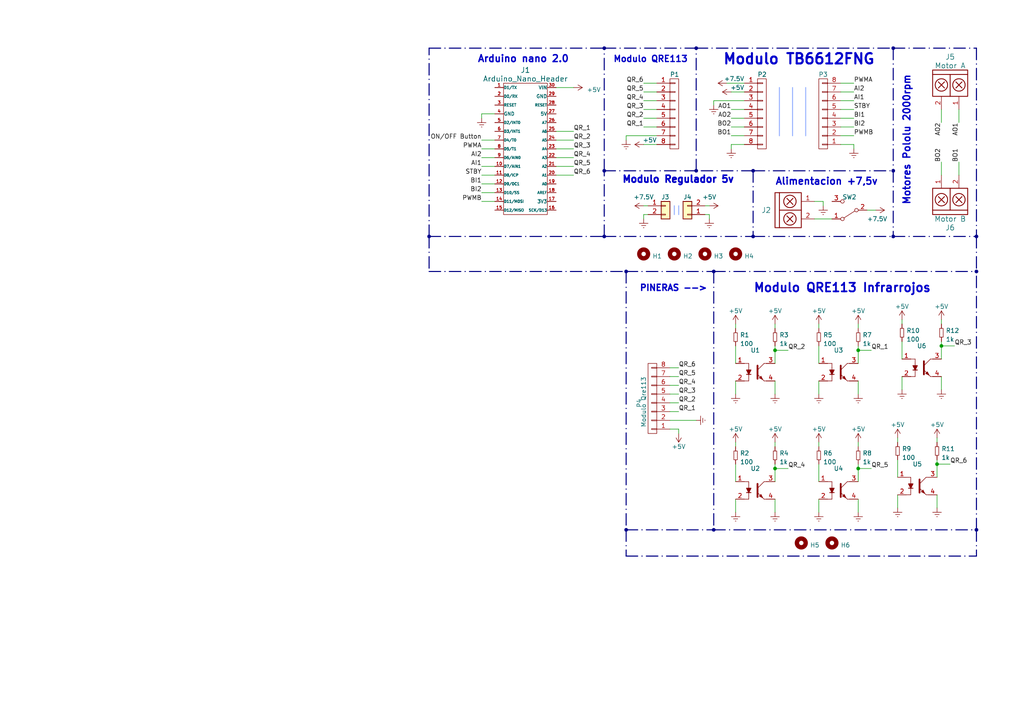
<source format=kicad_sch>
(kicad_sch (version 20230121) (generator eeschema)

  (uuid 7471d3cf-aa4c-471f-be58-4488abcb9d77)

  (paper "A4")

  (lib_symbols
    (symbol "Connector_Generic:Conn_01x02" (pin_names (offset 1.016) hide) (in_bom yes) (on_board yes)
      (property "Reference" "J" (at 0 2.54 0)
        (effects (font (size 1.27 1.27)))
      )
      (property "Value" "Conn_01x02" (at 0 -5.08 0)
        (effects (font (size 1.27 1.27)))
      )
      (property "Footprint" "" (at 0 0 0)
        (effects (font (size 1.27 1.27)) hide)
      )
      (property "Datasheet" "~" (at 0 0 0)
        (effects (font (size 1.27 1.27)) hide)
      )
      (property "ki_keywords" "connector" (at 0 0 0)
        (effects (font (size 1.27 1.27)) hide)
      )
      (property "ki_description" "Generic connector, single row, 01x02, script generated (kicad-library-utils/schlib/autogen/connector/)" (at 0 0 0)
        (effects (font (size 1.27 1.27)) hide)
      )
      (property "ki_fp_filters" "Connector*:*_1x??_*" (at 0 0 0)
        (effects (font (size 1.27 1.27)) hide)
      )
      (symbol "Conn_01x02_1_1"
        (rectangle (start -1.27 -2.413) (end 0 -2.667)
          (stroke (width 0.1524) (type default))
          (fill (type none))
        )
        (rectangle (start -1.27 0.127) (end 0 -0.127)
          (stroke (width 0.1524) (type default))
          (fill (type none))
        )
        (rectangle (start -1.27 1.27) (end 1.27 -3.81)
          (stroke (width 0.254) (type default))
          (fill (type background))
        )
        (pin passive line (at -5.08 0 0) (length 3.81)
          (name "Pin_1" (effects (font (size 1.27 1.27))))
          (number "1" (effects (font (size 1.27 1.27))))
        )
        (pin passive line (at -5.08 -2.54 0) (length 3.81)
          (name "Pin_2" (effects (font (size 1.27 1.27))))
          (number "2" (effects (font (size 1.27 1.27))))
        )
      )
    )
    (symbol "EESTN5:Arduino_Nano_Header" (pin_names (offset 0.0254)) (in_bom yes) (on_board yes)
      (property "Reference" "J" (at 0 20.32 0)
        (effects (font (size 1.524 1.524)))
      )
      (property "Value" "Arduino_Nano_Header" (at 0 -20.32 0)
        (effects (font (size 1.524 1.524)))
      )
      (property "Footprint" "" (at 0 0 0)
        (effects (font (size 1.524 1.524)))
      )
      (property "Datasheet" "" (at 0 0 0)
        (effects (font (size 1.524 1.524)))
      )
      (symbol "Arduino_Nano_Header_0_1"
        (rectangle (start 6.35 -19.05) (end -6.35 19.05)
          (stroke (width 0) (type solid))
          (fill (type none))
        )
      )
      (symbol "Arduino_Nano_Header_1_1"
        (pin passive line (at -8.89 17.78 0) (length 2.54)
          (name "D1/TX" (effects (font (size 0.7874 0.7874))))
          (number "1" (effects (font (size 0.889 0.889))))
        )
        (pin passive line (at -8.89 -5.08 0) (length 2.54)
          (name "D7/AIN1" (effects (font (size 0.762 0.762))))
          (number "10" (effects (font (size 0.889 0.889))))
        )
        (pin passive line (at -8.89 -7.62 0) (length 2.54)
          (name "D8/ICP" (effects (font (size 0.762 0.762))))
          (number "11" (effects (font (size 0.889 0.889))))
        )
        (pin passive line (at -8.89 -10.16 0) (length 2.54)
          (name "D9/0C1" (effects (font (size 0.762 0.762))))
          (number "12" (effects (font (size 0.889 0.889))))
        )
        (pin passive line (at -8.89 -12.7 0) (length 2.54)
          (name "D10/SS" (effects (font (size 0.762 0.762))))
          (number "13" (effects (font (size 0.889 0.889))))
        )
        (pin passive line (at -8.89 -15.24 0) (length 2.54)
          (name "D11/MOSI" (effects (font (size 0.762 0.762))))
          (number "14" (effects (font (size 0.889 0.889))))
        )
        (pin passive line (at -8.89 -17.78 0) (length 2.54)
          (name "D12/MISO" (effects (font (size 0.762 0.762))))
          (number "15" (effects (font (size 0.889 0.889))))
        )
        (pin passive line (at 8.89 -17.78 180) (length 2.54)
          (name "SCK/D13" (effects (font (size 0.762 0.762))))
          (number "16" (effects (font (size 0.889 0.889))))
        )
        (pin passive line (at 8.89 -15.24 180) (length 2.54)
          (name "3V3" (effects (font (size 0.9906 0.9906))))
          (number "17" (effects (font (size 0.889 0.889))))
        )
        (pin passive line (at 8.89 -12.7 180) (length 2.54)
          (name "AREF" (effects (font (size 0.762 0.762))))
          (number "18" (effects (font (size 0.889 0.889))))
        )
        (pin passive line (at 8.89 -10.16 180) (length 2.54)
          (name "A0" (effects (font (size 0.762 0.762))))
          (number "19" (effects (font (size 0.889 0.889))))
        )
        (pin passive line (at -8.89 15.24 0) (length 2.54)
          (name "D0/RX" (effects (font (size 0.7874 0.7874))))
          (number "2" (effects (font (size 0.889 0.889))))
        )
        (pin passive line (at 8.89 -7.62 180) (length 2.54)
          (name "A1" (effects (font (size 0.762 0.762))))
          (number "20" (effects (font (size 0.889 0.889))))
        )
        (pin passive line (at 8.89 -5.08 180) (length 2.54)
          (name "A2" (effects (font (size 0.762 0.762))))
          (number "21" (effects (font (size 0.889 0.889))))
        )
        (pin passive line (at 8.89 -2.54 180) (length 2.54)
          (name "A3" (effects (font (size 0.762 0.762))))
          (number "22" (effects (font (size 0.889 0.889))))
        )
        (pin passive line (at 8.89 0 180) (length 2.54)
          (name "A4" (effects (font (size 0.762 0.762))))
          (number "23" (effects (font (size 0.889 0.889))))
        )
        (pin passive line (at 8.89 2.54 180) (length 2.54)
          (name "A5" (effects (font (size 0.762 0.762))))
          (number "24" (effects (font (size 0.889 0.889))))
        )
        (pin passive line (at 8.89 5.08 180) (length 2.54)
          (name "A6" (effects (font (size 0.762 0.762))))
          (number "25" (effects (font (size 0.889 0.889))))
        )
        (pin passive line (at 8.89 7.62 180) (length 2.54)
          (name "A7" (effects (font (size 0.762 0.762))))
          (number "26" (effects (font (size 0.889 0.889))))
        )
        (pin passive line (at 8.89 10.16 180) (length 2.54)
          (name "5V" (effects (font (size 0.9906 0.9906))))
          (number "27" (effects (font (size 0.889 0.889))))
        )
        (pin passive line (at 8.89 12.7 180) (length 2.54)
          (name "RESET" (effects (font (size 0.762 0.762))))
          (number "28" (effects (font (size 0.889 0.889))))
        )
        (pin passive line (at 8.89 15.24 180) (length 2.54)
          (name "GND" (effects (font (size 0.9906 0.9906))))
          (number "29" (effects (font (size 0.889 0.889))))
        )
        (pin passive line (at -8.89 12.7 0) (length 2.54)
          (name "RESET" (effects (font (size 0.7874 0.7874))))
          (number "3" (effects (font (size 0.889 0.889))))
        )
        (pin passive line (at 8.89 17.78 180) (length 2.54)
          (name "VIN" (effects (font (size 0.9906 0.9906))))
          (number "30" (effects (font (size 0.889 0.889))))
        )
        (pin passive line (at -8.89 10.16 0) (length 2.54)
          (name "GND" (effects (font (size 0.9906 0.9906))))
          (number "4" (effects (font (size 0.889 0.889))))
        )
        (pin passive line (at -8.89 7.62 0) (length 2.54)
          (name "D2/INT0" (effects (font (size 0.762 0.762))))
          (number "5" (effects (font (size 0.889 0.889))))
        )
        (pin passive line (at -8.89 5.08 0) (length 2.54)
          (name "D3/INT1" (effects (font (size 0.762 0.762))))
          (number "6" (effects (font (size 0.889 0.889))))
        )
        (pin passive line (at -8.89 2.54 0) (length 2.54)
          (name "D4/T0" (effects (font (size 0.762 0.762))))
          (number "7" (effects (font (size 0.889 0.889))))
        )
        (pin passive line (at -8.89 0 0) (length 2.54)
          (name "D5/T1" (effects (font (size 0.762 0.762))))
          (number "8" (effects (font (size 0.889 0.889))))
        )
        (pin passive line (at -8.89 -2.54 0) (length 2.54)
          (name "D6/AIN0" (effects (font (size 0.762 0.762))))
          (number "9" (effects (font (size 0.889 0.889))))
        )
      )
    )
    (symbol "EESTN5:CONN_01X08" (pin_names (offset 1.016) hide) (in_bom yes) (on_board yes)
      (property "Reference" "P" (at 0 11.43 0)
        (effects (font (size 1.27 1.27)))
      )
      (property "Value" "CONN_01X08" (at 2.54 0 90)
        (effects (font (size 1.27 1.27)))
      )
      (property "Footprint" "" (at 0 0 0)
        (effects (font (size 1.27 1.27)))
      )
      (property "Datasheet" "" (at 0 0 0)
        (effects (font (size 1.27 1.27)))
      )
      (property "ki_fp_filters" "Pin_Header_Straight_1X08 Pin_Header_Angled_1X08 Socket_Strip_Straight_1X08 Socket_Strip_Angled_1X08" (at 0 0 0)
        (effects (font (size 1.27 1.27)) hide)
      )
      (symbol "CONN_01X08_0_1"
        (rectangle (start -1.27 -10.16) (end 1.27 10.16)
          (stroke (width 0) (type solid))
          (fill (type none))
        )
        (rectangle (start -1.27 -8.763) (end 0.254 -9.017)
          (stroke (width 0) (type solid))
          (fill (type none))
        )
        (rectangle (start -1.27 -6.223) (end 0.254 -6.477)
          (stroke (width 0) (type solid))
          (fill (type none))
        )
        (rectangle (start -1.27 -3.683) (end 0.254 -3.937)
          (stroke (width 0) (type solid))
          (fill (type none))
        )
        (rectangle (start -1.27 -1.143) (end 0.254 -1.397)
          (stroke (width 0) (type solid))
          (fill (type none))
        )
        (rectangle (start -1.27 1.397) (end 0.254 1.143)
          (stroke (width 0) (type solid))
          (fill (type none))
        )
        (rectangle (start -1.27 3.937) (end 0.254 3.683)
          (stroke (width 0) (type solid))
          (fill (type none))
        )
        (rectangle (start -1.27 6.477) (end 0.254 6.223)
          (stroke (width 0) (type solid))
          (fill (type none))
        )
        (rectangle (start -1.27 9.017) (end 0.254 8.763)
          (stroke (width 0) (type solid))
          (fill (type none))
        )
      )
      (symbol "CONN_01X08_1_1"
        (pin passive line (at -5.08 8.89 0) (length 3.81)
          (name "P1" (effects (font (size 1.27 1.27))))
          (number "1" (effects (font (size 1.27 1.27))))
        )
        (pin passive line (at -5.08 6.35 0) (length 3.81)
          (name "P2" (effects (font (size 1.27 1.27))))
          (number "2" (effects (font (size 1.27 1.27))))
        )
        (pin passive line (at -5.08 3.81 0) (length 3.81)
          (name "P3" (effects (font (size 1.27 1.27))))
          (number "3" (effects (font (size 1.27 1.27))))
        )
        (pin passive line (at -5.08 1.27 0) (length 3.81)
          (name "P4" (effects (font (size 1.27 1.27))))
          (number "4" (effects (font (size 1.27 1.27))))
        )
        (pin passive line (at -5.08 -1.27 0) (length 3.81)
          (name "P5" (effects (font (size 1.27 1.27))))
          (number "5" (effects (font (size 1.27 1.27))))
        )
        (pin passive line (at -5.08 -3.81 0) (length 3.81)
          (name "P6" (effects (font (size 1.27 1.27))))
          (number "6" (effects (font (size 1.27 1.27))))
        )
        (pin passive line (at -5.08 -6.35 0) (length 3.81)
          (name "P7" (effects (font (size 1.27 1.27))))
          (number "7" (effects (font (size 1.27 1.27))))
        )
        (pin passive line (at -5.08 -8.89 0) (length 3.81)
          (name "P8" (effects (font (size 1.27 1.27))))
          (number "8" (effects (font (size 1.27 1.27))))
        )
      )
    )
    (symbol "EESTN5:Mounting_Hole" (pin_names (offset 1.016)) (in_bom yes) (on_board yes)
      (property "Reference" "H" (at 0 5.08 0)
        (effects (font (size 1.27 1.27)))
      )
      (property "Value" "Mounting_Hole" (at 0 3.175 0)
        (effects (font (size 1.27 1.27)) hide)
      )
      (property "Footprint" "" (at 0 0 0)
        (effects (font (size 1.524 1.524)) hide)
      )
      (property "Datasheet" "" (at 0 0 0)
        (effects (font (size 1.524 1.524)) hide)
      )
      (property "ki_keywords" "mounting hole" (at 0 0 0)
        (effects (font (size 1.27 1.27)) hide)
      )
      (property "ki_description" "Mounting Hole without connection" (at 0 0 0)
        (effects (font (size 1.27 1.27)) hide)
      )
      (property "ki_fp_filters" "hole* Logo* PAD* Separador* Cable*" (at 0 0 0)
        (effects (font (size 1.27 1.27)) hide)
      )
      (symbol "Mounting_Hole_0_1"
        (circle (center 0 0) (radius 1.27)
          (stroke (width 1.27) (type solid))
          (fill (type none))
        )
      )
    )
    (symbol "EESTN5:QRE1113" (pin_names (offset 1.016)) (in_bom yes) (on_board yes)
      (property "Reference" "U" (at -5.08 5.08 0)
        (effects (font (size 1.27 1.27)) (justify left))
      )
      (property "Value" "QRE1113" (at -1.27 5.08 0)
        (effects (font (size 1.27 1.27)) (justify left) hide)
      )
      (property "Footprint" "QRE1113GR" (at -5.08 -5.08 0)
        (effects (font (size 1.27 1.27) italic) (justify left) hide)
      )
      (property "Datasheet" "https://www.fairchildsemi.com/products/optoelectronics/infrared/reflective-sensors/QRE1113.html" (at -1.27 0 0)
        (effects (font (size 1.27 1.27)) (justify left))
      )
      (property "ki_keywords" "QRE1113" (at 0 0 0)
        (effects (font (size 1.27 1.27)) hide)
      )
      (property "ki_description" "Minature Reflective Object Sensor" (at 0 0 0)
        (effects (font (size 1.27 1.27)) hide)
      )
      (property "ki_fp_filters" "QRE*" (at 0 0 0)
        (effects (font (size 1.27 1.27)) hide)
      )
      (symbol "QRE1113_0_1"
        (rectangle (start -2.54 -2.54) (end -1.27 -2.54)
          (stroke (width 0) (type solid))
          (fill (type none))
        )
        (rectangle (start -2.54 2.54) (end -1.27 2.54)
          (stroke (width 0) (type solid))
          (fill (type none))
        )
        (rectangle (start -1.27 -2.54) (end -1.27 0)
          (stroke (width 0) (type solid))
          (fill (type none))
        )
        (rectangle (start -1.27 1.27) (end -1.27 0)
          (stroke (width 0) (type solid))
          (fill (type none))
        )
        (rectangle (start -1.27 2.54) (end -1.27 1.27)
          (stroke (width 0) (type solid))
          (fill (type none))
        )
        (polyline
          (pts
            (xy -1.905 -0.635)
            (xy -0.635 -0.635)
          )
          (stroke (width 0.254) (type solid))
          (fill (type none))
        )
        (polyline
          (pts
            (xy 1.27 0.635)
            (xy 3.175 2.54)
          )
          (stroke (width 0) (type solid))
          (fill (type none))
        )
        (polyline
          (pts
            (xy 3.175 -2.54)
            (xy 1.27 -0.635)
          )
          (stroke (width 0) (type solid))
          (fill (type outline))
        )
        (polyline
          (pts
            (xy 3.175 -2.54)
            (xy 3.81 -2.54)
          )
          (stroke (width 0) (type solid))
          (fill (type none))
        )
        (polyline
          (pts
            (xy 3.175 2.54)
            (xy 3.81 2.54)
          )
          (stroke (width 0) (type solid))
          (fill (type none))
        )
        (polyline
          (pts
            (xy 1.27 1.905)
            (xy 1.27 -1.905)
            (xy 1.27 -1.905)
          )
          (stroke (width 0.508) (type solid))
          (fill (type none))
        )
        (polyline
          (pts
            (xy -1.27 -0.635)
            (xy -1.905 0.635)
            (xy -0.635 0.635)
            (xy -1.27 -0.635)
          )
          (stroke (width 0.254) (type solid))
          (fill (type outline))
        )
        (polyline
          (pts
            (xy 1.778 -1.651)
            (xy 2.286 -1.143)
            (xy 2.794 -2.159)
            (xy 1.778 -1.651)
            (xy 1.778 -1.651)
          )
          (stroke (width 0) (type solid))
          (fill (type outline))
        )
      )
      (symbol "QRE1113_1_1"
        (pin passive line (at -5.08 2.54 0) (length 2.54)
          (name "~" (effects (font (size 1.27 1.27))))
          (number "1" (effects (font (size 1.27 1.27))))
        )
        (pin passive line (at -5.08 -2.54 0) (length 2.54)
          (name "~" (effects (font (size 1.27 1.27))))
          (number "2" (effects (font (size 1.27 1.27))))
        )
        (pin passive line (at 6.35 2.54 180) (length 2.54)
          (name "~" (effects (font (size 1.27 1.27))))
          (number "3" (effects (font (size 1.27 1.27))))
        )
        (pin passive line (at 6.35 -2.54 180) (length 2.54)
          (name "~" (effects (font (size 1.27 1.27))))
          (number "4" (effects (font (size 1.27 1.27))))
        )
      )
    )
    (symbol "EESTN5:R" (pin_numbers hide) (pin_names (offset 0)) (in_bom yes) (on_board yes)
      (property "Reference" "R" (at -1.27 0 90)
        (effects (font (size 1.27 1.27)))
      )
      (property "Value" "R" (at 1.27 0 90)
        (effects (font (size 1.27 1.27)))
      )
      (property "Footprint" "" (at 0 0 0)
        (effects (font (size 1.524 1.524)))
      )
      (property "Datasheet" "" (at 0 0 0)
        (effects (font (size 1.524 1.524)))
      )
      (property "ki_description" "Resistor" (at 0 0 0)
        (effects (font (size 1.27 1.27)) hide)
      )
      (property "ki_fp_filters" "RES* R_*" (at 0 0 0)
        (effects (font (size 1.27 1.27)) hide)
      )
      (symbol "R_0_1"
        (rectangle (start 0.508 1.27) (end -0.508 -1.27)
          (stroke (width 0) (type solid))
          (fill (type none))
        )
      )
      (symbol "R_1_1"
        (pin passive line (at 0 2.54 270) (length 1.27)
          (name "~" (effects (font (size 1.524 1.524))))
          (number "1" (effects (font (size 1.524 1.524))))
        )
        (pin passive line (at 0 -2.54 90) (length 1.27)
          (name "~" (effects (font (size 1.524 1.524))))
          (number "2" (effects (font (size 1.524 1.524))))
        )
      )
    )
    (symbol "EESTN5:SW_SPDT" (pin_names (offset 0) hide) (in_bom yes) (on_board yes)
      (property "Reference" "SW" (at 0 4.318 0)
        (effects (font (size 1.27 1.27)))
      )
      (property "Value" "SW_SPDT" (at 0 -5.08 0)
        (effects (font (size 1.27 1.27)) hide)
      )
      (property "Footprint" "" (at 0 0 0)
        (effects (font (size 1.27 1.27)))
      )
      (property "Datasheet" "" (at 0 0 0)
        (effects (font (size 1.27 1.27)))
      )
      (property "ki_keywords" "switch single-pole double-throw spdt ON-ON" (at 0 0 0)
        (effects (font (size 1.27 1.27)) hide)
      )
      (property "ki_description" "Switch, single pole double throw" (at 0 0 0)
        (effects (font (size 1.27 1.27)) hide)
      )
      (property "ki_fp_filters" "SW* LLAVE*" (at 0 0 0)
        (effects (font (size 1.27 1.27)) hide)
      )
      (symbol "SW_SPDT_0_0"
        (circle (center -2.032 0) (radius 0.508)
          (stroke (width 0) (type solid))
          (fill (type none))
        )
        (circle (center 2.032 -2.54) (radius 0.508)
          (stroke (width 0) (type solid))
          (fill (type none))
        )
      )
      (symbol "SW_SPDT_0_1"
        (polyline
          (pts
            (xy -1.524 0.254)
            (xy 1.651 2.286)
          )
          (stroke (width 0) (type solid))
          (fill (type none))
        )
        (circle (center 2.032 2.54) (radius 0.508)
          (stroke (width 0) (type solid))
          (fill (type none))
        )
      )
      (symbol "SW_SPDT_1_1"
        (pin passive line (at 5.08 2.54 180) (length 2.54)
          (name "A" (effects (font (size 1.27 1.27))))
          (number "1" (effects (font (size 1.27 1.27))))
        )
        (pin passive line (at -5.08 0 0) (length 2.54)
          (name "B" (effects (font (size 1.27 1.27))))
          (number "2" (effects (font (size 1.27 1.27))))
        )
        (pin passive line (at 5.08 -2.54 180) (length 2.54)
          (name "C" (effects (font (size 1.27 1.27))))
          (number "3" (effects (font (size 1.27 1.27))))
        )
      )
    )
    (symbol "EESTN5:TB_1X2" (pin_names (offset 1.016)) (in_bom yes) (on_board yes)
      (property "Reference" "J" (at 0 7.62 0)
        (effects (font (size 1.524 1.524)))
      )
      (property "Value" "TB_1X2" (at 1.27 -7.62 0)
        (effects (font (size 1.524 1.524)))
      )
      (property "Footprint" "" (at -1.27 1.27 0)
        (effects (font (size 1.524 1.524)))
      )
      (property "Datasheet" "" (at -1.27 1.27 0)
        (effects (font (size 1.524 1.524)))
      )
      (property "ki_fp_filters" "BORNERA* TB*" (at 0 0 0)
        (effects (font (size 1.27 1.27)) hide)
      )
      (symbol "TB_1X2_0_1"
        (rectangle (start -2.54 5.08) (end 5.08 -5.08)
          (stroke (width 0.254) (type solid))
          (fill (type none))
        )
        (polyline
          (pts
            (xy -1.27 0)
            (xy 5.08 0)
          )
          (stroke (width 0.254) (type solid))
          (fill (type none))
        )
        (polyline
          (pts
            (xy -1.27 5.08)
            (xy -1.27 -5.08)
          )
          (stroke (width 0.254) (type solid))
          (fill (type none))
        )
        (polyline
          (pts
            (xy 0.889 -3.429)
            (xy 2.667 -1.651)
          )
          (stroke (width 0.254) (type solid))
          (fill (type none))
        )
        (polyline
          (pts
            (xy 0.889 -1.651)
            (xy 2.667 -3.429)
          )
          (stroke (width 0.254) (type solid))
          (fill (type none))
        )
        (polyline
          (pts
            (xy 0.889 1.651)
            (xy 2.667 3.429)
          )
          (stroke (width 0.254) (type solid))
          (fill (type none))
        )
        (polyline
          (pts
            (xy 0.889 3.429)
            (xy 2.667 1.651)
          )
          (stroke (width 0.254) (type solid))
          (fill (type none))
        )
        (circle (center 1.778 -2.54) (radius 1.8034)
          (stroke (width 0.254) (type solid))
          (fill (type none))
        )
        (circle (center 1.778 2.54) (radius 1.8034)
          (stroke (width 0.254) (type solid))
          (fill (type none))
        )
      )
      (symbol "TB_1X2_1_1"
        (pin input line (at 8.89 2.54 180) (length 3.81)
          (name "~" (effects (font (size 1.27 1.27))))
          (number "1" (effects (font (size 1.27 1.27))))
        )
        (pin input line (at 8.89 -2.54 180) (length 3.81)
          (name "~" (effects (font (size 1.27 1.27))))
          (number "2" (effects (font (size 1.27 1.27))))
        )
      )
    )
    (symbol "power:+5V" (power) (pin_names (offset 0)) (in_bom yes) (on_board yes)
      (property "Reference" "#PWR" (at 0 -3.81 0)
        (effects (font (size 1.27 1.27)) hide)
      )
      (property "Value" "+5V" (at 0 3.556 0)
        (effects (font (size 1.27 1.27)))
      )
      (property "Footprint" "" (at 0 0 0)
        (effects (font (size 1.27 1.27)) hide)
      )
      (property "Datasheet" "" (at 0 0 0)
        (effects (font (size 1.27 1.27)) hide)
      )
      (property "ki_keywords" "global power" (at 0 0 0)
        (effects (font (size 1.27 1.27)) hide)
      )
      (property "ki_description" "Power symbol creates a global label with name \"+5V\"" (at 0 0 0)
        (effects (font (size 1.27 1.27)) hide)
      )
      (symbol "+5V_0_1"
        (polyline
          (pts
            (xy -0.762 1.27)
            (xy 0 2.54)
          )
          (stroke (width 0) (type default))
          (fill (type none))
        )
        (polyline
          (pts
            (xy 0 0)
            (xy 0 2.54)
          )
          (stroke (width 0) (type default))
          (fill (type none))
        )
        (polyline
          (pts
            (xy 0 2.54)
            (xy 0.762 1.27)
          )
          (stroke (width 0) (type default))
          (fill (type none))
        )
      )
      (symbol "+5V_1_1"
        (pin power_in line (at 0 0 90) (length 0) hide
          (name "+5V" (effects (font (size 1.27 1.27))))
          (number "1" (effects (font (size 1.27 1.27))))
        )
      )
    )
    (symbol "power:+7.5V" (power) (pin_names (offset 0)) (in_bom yes) (on_board yes)
      (property "Reference" "#PWR" (at 0 -3.81 0)
        (effects (font (size 1.27 1.27)) hide)
      )
      (property "Value" "+7.5V" (at 0 3.556 0)
        (effects (font (size 1.27 1.27)))
      )
      (property "Footprint" "" (at 0 0 0)
        (effects (font (size 1.27 1.27)) hide)
      )
      (property "Datasheet" "" (at 0 0 0)
        (effects (font (size 1.27 1.27)) hide)
      )
      (property "ki_keywords" "global power" (at 0 0 0)
        (effects (font (size 1.27 1.27)) hide)
      )
      (property "ki_description" "Power symbol creates a global label with name \"+7.5V\"" (at 0 0 0)
        (effects (font (size 1.27 1.27)) hide)
      )
      (symbol "+7.5V_0_1"
        (polyline
          (pts
            (xy -0.762 1.27)
            (xy 0 2.54)
          )
          (stroke (width 0) (type default))
          (fill (type none))
        )
        (polyline
          (pts
            (xy 0 0)
            (xy 0 2.54)
          )
          (stroke (width 0) (type default))
          (fill (type none))
        )
        (polyline
          (pts
            (xy 0 2.54)
            (xy 0.762 1.27)
          )
          (stroke (width 0) (type default))
          (fill (type none))
        )
      )
      (symbol "+7.5V_1_1"
        (pin power_in line (at 0 0 90) (length 0) hide
          (name "+7.5V" (effects (font (size 1.27 1.27))))
          (number "1" (effects (font (size 1.27 1.27))))
        )
      )
    )
    (symbol "power:Earth" (power) (pin_names (offset 0)) (in_bom yes) (on_board yes)
      (property "Reference" "#PWR" (at 0 -6.35 0)
        (effects (font (size 1.27 1.27)) hide)
      )
      (property "Value" "Earth" (at 0 -3.81 0)
        (effects (font (size 1.27 1.27)) hide)
      )
      (property "Footprint" "" (at 0 0 0)
        (effects (font (size 1.27 1.27)) hide)
      )
      (property "Datasheet" "~" (at 0 0 0)
        (effects (font (size 1.27 1.27)) hide)
      )
      (property "ki_keywords" "global ground gnd" (at 0 0 0)
        (effects (font (size 1.27 1.27)) hide)
      )
      (property "ki_description" "Power symbol creates a global label with name \"Earth\"" (at 0 0 0)
        (effects (font (size 1.27 1.27)) hide)
      )
      (symbol "Earth_0_1"
        (polyline
          (pts
            (xy -0.635 -1.905)
            (xy 0.635 -1.905)
          )
          (stroke (width 0) (type default))
          (fill (type none))
        )
        (polyline
          (pts
            (xy -0.127 -2.54)
            (xy 0.127 -2.54)
          )
          (stroke (width 0) (type default))
          (fill (type none))
        )
        (polyline
          (pts
            (xy 0 -1.27)
            (xy 0 0)
          )
          (stroke (width 0) (type default))
          (fill (type none))
        )
        (polyline
          (pts
            (xy 1.27 -1.27)
            (xy -1.27 -1.27)
          )
          (stroke (width 0) (type default))
          (fill (type none))
        )
      )
      (symbol "Earth_1_1"
        (pin power_in line (at 0 0 270) (length 0) hide
          (name "Earth" (effects (font (size 1.27 1.27))))
          (number "1" (effects (font (size 1.27 1.27))))
        )
      )
    )
  )

  (junction (at 283.21 78.74) (diameter 0) (color 0 0 0 0)
    (uuid 0bc6bf9d-2711-4d9a-ae1a-4173b8a0a123)
  )
  (junction (at 218.44 49.53) (diameter 0) (color 0 0 0 0)
    (uuid 1549e640-acf6-499b-95f6-1600e6a029d9)
  )
  (junction (at 271.78 134.62) (diameter 0) (color 0 0 0 0)
    (uuid 226fcc29-165e-4817-8c0f-7b327bc4b8c3)
  )
  (junction (at 224.79 101.6) (diameter 0) (color 0 0 0 0)
    (uuid 308c3be5-0278-4cc1-8a15-eafc1f005dac)
  )
  (junction (at 207.01 153.67) (diameter 0) (color 0 0 0 0)
    (uuid 4306ad78-effd-40dc-b740-0ca3fa096d5c)
  )
  (junction (at 259.08 49.53) (diameter 0) (color 0 0 0 0)
    (uuid 4cf09c66-dd7d-473f-a0d7-d153785ace4a)
  )
  (junction (at 248.92 101.6) (diameter 0) (color 0 0 0 0)
    (uuid 5267089a-56be-4d77-8a2b-1fbbd49c681c)
  )
  (junction (at 181.61 78.74) (diameter 0) (color 0 0 0 0)
    (uuid 54ec9c97-cb6c-4d6e-94b6-c72e604ca44f)
  )
  (junction (at 207.01 78.74) (diameter 0) (color 0 0 0 0)
    (uuid 56a332a8-c329-4a40-8760-316ff3b3bee1)
  )
  (junction (at 218.44 68.58) (diameter 0) (color 0 0 0 0)
    (uuid 5e30673c-615c-4418-b0fb-bcbbdc0e035b)
  )
  (junction (at 175.26 68.58) (diameter 0) (color 0 0 0 0)
    (uuid 5f0d941c-bc26-4f01-addf-ed2d018f39b6)
  )
  (junction (at 201.93 49.53) (diameter 0) (color 0 0 0 0)
    (uuid 624c68de-8360-4f26-b748-c98c1437644b)
  )
  (junction (at 283.21 68.58) (diameter 0) (color 0 0 0 0)
    (uuid 65d00436-cb8e-4583-8d52-5d530b262ab7)
  )
  (junction (at 259.08 68.58) (diameter 0) (color 0 0 0 0)
    (uuid 6cf7fce4-96eb-45f9-9613-3f52af15429c)
  )
  (junction (at 181.61 153.67) (diameter 0) (color 0 0 0 0)
    (uuid 71e4162f-3949-4ac1-9c3f-7f969c4f4c4d)
  )
  (junction (at 175.26 49.53) (diameter 0) (color 0 0 0 0)
    (uuid 7741564e-b10d-4a10-aa47-a8ae762aff04)
  )
  (junction (at 273.05 100.33) (diameter 0) (color 0 0 0 0)
    (uuid 78c46baf-1342-42da-a488-d65b3688f201)
  )
  (junction (at 201.93 13.97) (diameter 0) (color 0 0 0 0)
    (uuid 7f046702-9c20-4b85-88ca-06f5ad2ce4a1)
  )
  (junction (at 248.92 135.89) (diameter 0) (color 0 0 0 0)
    (uuid a5c4390e-921e-43d6-8cdc-33b0cfee7060)
  )
  (junction (at 283.21 153.67) (diameter 0) (color 0 0 0 0)
    (uuid c339e8bb-0d25-484a-8594-160715e98eff)
  )
  (junction (at 259.08 13.97) (diameter 0) (color 0 0 0 0)
    (uuid d0ae8d24-582a-41c7-a591-d7e4acb46fae)
  )
  (junction (at 124.46 68.58) (diameter 0) (color 0 0 0 0)
    (uuid e39592ac-75ab-487c-a575-7e6a6d456ca2)
  )
  (junction (at 175.26 13.97) (diameter 0) (color 0 0 0 0)
    (uuid f2517871-50e1-4f0e-9a0f-6127ee0dc6c1)
  )
  (junction (at 224.79 135.89) (diameter 0) (color 0 0 0 0)
    (uuid f53c3ace-0e95-4f40-9297-37a310b0b823)
  )

  (bus (pts (xy 218.44 49.53) (xy 201.93 49.53))
    (stroke (width 0) (type dash_dot))
    (uuid 00b9cae5-b4a1-4314-9e90-90b595890296)
  )

  (wire (pts (xy 166.37 50.8) (xy 161.29 50.8))
    (stroke (width 0) (type default))
    (uuid 037f3906-56c2-4a86-9b08-0f27cb6990aa)
  )
  (wire (pts (xy 196.85 109.22) (xy 194.31 109.22))
    (stroke (width 0) (type default))
    (uuid 06cb39c0-7e9b-44c1-98bf-f5ec0b46bc5b)
  )
  (wire (pts (xy 143.51 58.42) (xy 139.7 58.42))
    (stroke (width 0) (type default))
    (uuid 06f0faac-226a-4848-abeb-7407666f48b0)
  )
  (wire (pts (xy 260.35 127) (xy 260.35 128.27))
    (stroke (width 0) (type default))
    (uuid 0b088b0b-b8e8-433d-a392-48d6c59f8af2)
  )
  (wire (pts (xy 212.09 41.91) (xy 215.9 41.91))
    (stroke (width 0) (type default))
    (uuid 0cb43c63-8d6d-46d1-af92-aebebe8af7c4)
  )
  (wire (pts (xy 212.09 39.37) (xy 215.9 39.37))
    (stroke (width 0) (type default))
    (uuid 0d3b3908-6e05-4110-992b-8fdb1f755875)
  )
  (wire (pts (xy 139.7 34.29) (xy 139.7 33.02))
    (stroke (width 0) (type default))
    (uuid 13402617-5279-4f82-9ab7-dfa1bd63574f)
  )
  (wire (pts (xy 248.92 101.6) (xy 252.73 101.6))
    (stroke (width 0) (type default))
    (uuid 141b4e03-65e5-4965-8f54-21851484971c)
  )
  (wire (pts (xy 273.05 99.06) (xy 273.05 100.33))
    (stroke (width 0) (type default))
    (uuid 154b439c-9d0c-4bfc-9663-4e8f78b5616c)
  )
  (wire (pts (xy 273.05 92.71) (xy 273.05 93.98))
    (stroke (width 0) (type default))
    (uuid 1bf3fe13-e063-4b12-8735-290372352f04)
  )
  (wire (pts (xy 251.46 60.96) (xy 254 60.96))
    (stroke (width 0) (type default))
    (uuid 1cc8e7f5-2675-45fc-a273-93f29d20dd05)
  )
  (wire (pts (xy 278.13 35.56) (xy 278.13 31.75))
    (stroke (width 0) (type default))
    (uuid 1e82fb66-2b2b-4912-aa86-313a868050ac)
  )
  (wire (pts (xy 207.01 30.48) (xy 207.01 29.21))
    (stroke (width 0) (type default))
    (uuid 21a11198-67fe-4622-96e6-3ae1f6ef56a4)
  )
  (wire (pts (xy 271.78 127) (xy 271.78 128.27))
    (stroke (width 0) (type default))
    (uuid 21e2ac55-1384-461f-b61c-174a4e21d473)
  )
  (wire (pts (xy 261.62 92.71) (xy 261.62 93.98))
    (stroke (width 0) (type default))
    (uuid 2979c25f-8dbd-4050-acc9-333e5821ca9d)
  )
  (wire (pts (xy 196.85 124.46) (xy 194.31 124.46))
    (stroke (width 0) (type default))
    (uuid 298d02ae-ed8c-4672-b1e0-d31d4c305d84)
  )
  (wire (pts (xy 204.47 62.23) (xy 205.74 62.23))
    (stroke (width 0) (type default))
    (uuid 2a27dafb-460a-4871-b064-d325915d8f4c)
  )
  (bus (pts (xy 175.26 68.58) (xy 175.26 49.53))
    (stroke (width 0) (type dash_dot))
    (uuid 2a99968e-3943-4918-a0fb-554c24a6cecb)
  )

  (wire (pts (xy 236.22 58.42) (xy 238.76 58.42))
    (stroke (width 0) (type default))
    (uuid 2c53fed6-fe6a-442b-99ee-a6b9ca052f19)
  )
  (wire (pts (xy 186.69 59.69) (xy 187.96 59.69))
    (stroke (width 0) (type default))
    (uuid 2de51408-622b-4eda-95cd-de4613db0c82)
  )
  (bus (pts (xy 201.93 49.53) (xy 201.93 13.97))
    (stroke (width 0) (type dash_dot))
    (uuid 2f5452eb-47e3-4f08-a081-b712938b9d20)
  )

  (wire (pts (xy 166.37 48.26) (xy 161.29 48.26))
    (stroke (width 0) (type default))
    (uuid 39d9fe24-cab0-48fc-9fbd-0399a51cf6c7)
  )
  (wire (pts (xy 213.36 128.27) (xy 213.36 129.54))
    (stroke (width 0) (type default))
    (uuid 3a3a4bdb-01ac-4b4b-9c58-1c9547a90afc)
  )
  (wire (pts (xy 248.92 93.98) (xy 248.92 95.25))
    (stroke (width 0) (type default))
    (uuid 3aacb226-3322-40df-93bb-8c93445ef745)
  )
  (wire (pts (xy 196.85 111.76) (xy 194.31 111.76))
    (stroke (width 0) (type default))
    (uuid 3cd69bd7-195a-4cd6-9168-3b46aa8ad1a9)
  )
  (wire (pts (xy 238.76 58.42) (xy 238.76 59.69))
    (stroke (width 0) (type default))
    (uuid 3d33894d-d8da-4ad9-ae97-42886e8b7ea6)
  )
  (wire (pts (xy 224.79 135.89) (xy 224.79 139.7))
    (stroke (width 0) (type default))
    (uuid 3dc98854-7069-4c3a-8cff-a23777e40c8c)
  )
  (wire (pts (xy 186.69 29.21) (xy 190.5 29.21))
    (stroke (width 0) (type default))
    (uuid 42ca90fb-9fe8-4080-88eb-592947e7fe79)
  )
  (wire (pts (xy 271.78 134.62) (xy 275.59 134.62))
    (stroke (width 0) (type default))
    (uuid 42e80013-6418-4368-9268-7c3d9f2baf89)
  )
  (wire (pts (xy 273.05 46.99) (xy 273.05 50.8))
    (stroke (width 0) (type default))
    (uuid 442c8471-2586-40b4-88fc-833f8461061b)
  )
  (wire (pts (xy 243.84 36.83) (xy 247.65 36.83))
    (stroke (width 0) (type default))
    (uuid 449b7ca3-4d66-4b64-9e86-739bd160a32d)
  )
  (wire (pts (xy 186.69 62.23) (xy 187.96 62.23))
    (stroke (width 0) (type default))
    (uuid 460e7048-deff-485a-9872-921a3518af94)
  )
  (wire (pts (xy 273.05 100.33) (xy 276.86 100.33))
    (stroke (width 0) (type default))
    (uuid 4c90589f-6b0b-4b74-9744-2f188938d5d8)
  )
  (bus (pts (xy 226.06 25.4) (xy 226.06 39.37))
    (stroke (width 0) (type default) (color 155 181 255 1))
    (uuid 4e8249a9-ad73-4dd2-b725-57e3ce69f423)
  )

  (wire (pts (xy 224.79 128.27) (xy 224.79 129.54))
    (stroke (width 0) (type default))
    (uuid 4fc0fe2a-68af-4b33-af99-ba83af74405f)
  )
  (wire (pts (xy 243.84 26.67) (xy 247.65 26.67))
    (stroke (width 0) (type default))
    (uuid 512e1d5c-b8ff-46cb-86f7-60b48655d1c9)
  )
  (wire (pts (xy 243.84 31.75) (xy 247.65 31.75))
    (stroke (width 0) (type default))
    (uuid 54a0a81b-9f0d-40b3-a38f-e48d5d08b5ad)
  )
  (wire (pts (xy 186.69 41.91) (xy 190.5 41.91))
    (stroke (width 0) (type default))
    (uuid 54f35fa8-d1e9-4c07-b494-87be0cc88de8)
  )
  (wire (pts (xy 237.49 128.27) (xy 237.49 129.54))
    (stroke (width 0) (type default))
    (uuid 556f1cf6-21e2-4fee-ab5b-1cf3201010fa)
  )
  (wire (pts (xy 210.82 24.13) (xy 215.9 24.13))
    (stroke (width 0) (type default))
    (uuid 55a30548-16f0-406b-ab68-5aec29cce8d7)
  )
  (bus (pts (xy 124.46 13.97) (xy 175.26 13.97))
    (stroke (width 0) (type dash_dot))
    (uuid 55da0946-eae1-4108-b56f-216881457598)
  )
  (bus (pts (xy 283.21 68.58) (xy 283.21 78.74))
    (stroke (width 0) (type dash_dot))
    (uuid 5733ea72-300f-4507-b51d-04791da179bd)
  )
  (bus (pts (xy 283.21 153.67) (xy 283.21 78.74))
    (stroke (width 0) (type dash_dot))
    (uuid 5753786c-7f32-4564-a54d-e395569e34ee)
  )

  (wire (pts (xy 205.74 62.23) (xy 205.74 63.5))
    (stroke (width 0) (type default))
    (uuid 57d173f4-2723-40da-bf51-e0c7683ae0f0)
  )
  (wire (pts (xy 273.05 100.33) (xy 273.05 104.14))
    (stroke (width 0) (type default))
    (uuid 57d9cd56-14d5-4967-adb9-ecc1b63fccaa)
  )
  (bus (pts (xy 218.44 49.53) (xy 218.44 68.58))
    (stroke (width 0) (type dash_dot))
    (uuid 592dddc5-3efc-4d4d-9584-3c905bb59c2b)
  )

  (wire (pts (xy 181.61 40.64) (xy 181.61 39.37))
    (stroke (width 0) (type default))
    (uuid 5b04d267-3647-4aa4-838d-df1304e56046)
  )
  (bus (pts (xy 201.93 49.53) (xy 175.26 49.53))
    (stroke (width 0) (type dash_dot))
    (uuid 5e932b4b-bcee-4f69-9643-bcefaa55ce5e)
  )

  (wire (pts (xy 243.84 34.29) (xy 247.65 34.29))
    (stroke (width 0) (type default))
    (uuid 5e99c9d4-5ae6-470f-9e08-f3a8bf2e6b21)
  )
  (wire (pts (xy 224.79 144.78) (xy 224.79 148.59))
    (stroke (width 0) (type default))
    (uuid 5f43725c-58f7-4104-8088-125b90a21ae1)
  )
  (wire (pts (xy 196.85 125.73) (xy 196.85 124.46))
    (stroke (width 0) (type default))
    (uuid 602cdcc1-2253-4e64-a66c-7a29bde149ca)
  )
  (wire (pts (xy 224.79 110.49) (xy 224.79 114.3))
    (stroke (width 0) (type default))
    (uuid 62fcf8d0-1b77-463b-a75b-12ff5663da3e)
  )
  (wire (pts (xy 260.35 133.35) (xy 260.35 138.43))
    (stroke (width 0) (type default))
    (uuid 637e41a2-4ee6-4591-8a68-e2f090eb41ce)
  )
  (wire (pts (xy 207.01 29.21) (xy 215.9 29.21))
    (stroke (width 0) (type default))
    (uuid 669e168e-844a-473f-9b5e-b7c68347e962)
  )
  (wire (pts (xy 143.51 45.72) (xy 139.7 45.72))
    (stroke (width 0) (type default))
    (uuid 69938e0f-4817-4823-940a-801af8aa91cf)
  )
  (wire (pts (xy 166.37 43.18) (xy 161.29 43.18))
    (stroke (width 0) (type default))
    (uuid 6a29d781-3d47-4e3f-a9c7-a72f94a3e10e)
  )
  (wire (pts (xy 248.92 144.78) (xy 248.92 148.59))
    (stroke (width 0) (type default))
    (uuid 6b0e92a2-cc71-45dd-9da5-2c3cce8bac7d)
  )
  (wire (pts (xy 212.09 36.83) (xy 215.9 36.83))
    (stroke (width 0) (type default))
    (uuid 6bebf31e-0feb-4b70-aced-50399eb427e8)
  )
  (wire (pts (xy 248.92 101.6) (xy 248.92 105.41))
    (stroke (width 0) (type default))
    (uuid 6bf47181-092f-4d33-9092-b7f1dea20db1)
  )
  (wire (pts (xy 237.49 100.33) (xy 237.49 105.41))
    (stroke (width 0) (type default))
    (uuid 70c7c1c3-1306-44a9-9869-38d055df08b9)
  )
  (wire (pts (xy 237.49 134.62) (xy 237.49 139.7))
    (stroke (width 0) (type default))
    (uuid 72af7bb9-5eff-4dd5-8dfc-0dfc09a7320b)
  )
  (wire (pts (xy 186.69 31.75) (xy 190.5 31.75))
    (stroke (width 0) (type default))
    (uuid 7777defc-110c-43df-878f-3a2f2a9b4d19)
  )
  (bus (pts (xy 283.21 13.97) (xy 283.21 68.58))
    (stroke (width 0) (type dash_dot))
    (uuid 78f77d4d-2aa5-482e-9953-3f2cb35b6130)
  )

  (wire (pts (xy 248.92 110.49) (xy 248.92 114.3))
    (stroke (width 0) (type default))
    (uuid 7956ed86-b9b0-45ed-8194-38485bf21f0a)
  )
  (bus (pts (xy 181.61 78.74) (xy 181.61 153.67))
    (stroke (width 0) (type dash_dot))
    (uuid 7b8aa497-775f-4298-aa05-1a3763a9331b)
  )

  (wire (pts (xy 224.79 135.89) (xy 228.6 135.89))
    (stroke (width 0) (type default))
    (uuid 7c4b8b0b-5cd9-4f14-9f94-1a9257018bd5)
  )
  (wire (pts (xy 236.22 63.5) (xy 241.3 63.5))
    (stroke (width 0) (type default))
    (uuid 7d26782e-b205-4dfb-a8e5-705d5bcbb6ee)
  )
  (wire (pts (xy 271.78 143.51) (xy 271.78 147.32))
    (stroke (width 0) (type default))
    (uuid 7e3441b7-1c6a-4cb9-8ec4-df106e3a772e)
  )
  (bus (pts (xy 207.01 153.67) (xy 283.21 153.67))
    (stroke (width 0) (type dash_dot))
    (uuid 7f380462-ec0b-4b4e-b417-b426c6711a77)
  )

  (wire (pts (xy 212.09 31.75) (xy 215.9 31.75))
    (stroke (width 0) (type default))
    (uuid 80590932-25cd-437c-9acd-309287987b1d)
  )
  (bus (pts (xy 283.21 153.67) (xy 283.21 161.29))
    (stroke (width 0) (type dash_dot))
    (uuid 807f04e7-66af-4491-988c-565bc1b9bf66)
  )

  (wire (pts (xy 201.93 121.92) (xy 194.31 121.92))
    (stroke (width 0) (type default))
    (uuid 8457a8ee-4d44-4c7e-8a01-16bbd6ad86ec)
  )
  (wire (pts (xy 243.84 39.37) (xy 247.65 39.37))
    (stroke (width 0) (type default))
    (uuid 84ccc083-e1d0-4e8c-80c6-455aeec3302a)
  )
  (wire (pts (xy 261.62 109.22) (xy 261.62 113.03))
    (stroke (width 0) (type default))
    (uuid 86520edb-a1f2-4365-93c6-cd26c629280b)
  )
  (bus (pts (xy 175.26 49.53) (xy 175.26 13.97))
    (stroke (width 0) (type dash_dot))
    (uuid 867b7d44-41d9-4bde-9689-5e088200336c)
  )
  (bus (pts (xy 124.46 68.58) (xy 124.46 13.97))
    (stroke (width 0) (type dash_dot))
    (uuid 87843645-6703-4558-8c12-5a396885eb3a)
  )

  (wire (pts (xy 213.36 110.49) (xy 213.36 114.3))
    (stroke (width 0) (type default))
    (uuid 897637d7-a1b8-42ca-be17-a9bf4cc60441)
  )
  (bus (pts (xy 181.61 78.74) (xy 207.01 78.74))
    (stroke (width 0) (type dash_dot))
    (uuid 8c7f2f31-c879-48eb-9904-28d5472796db)
  )

  (wire (pts (xy 186.69 34.29) (xy 190.5 34.29))
    (stroke (width 0) (type default))
    (uuid 8e59e66b-bb3d-49e9-b640-506b49f6e285)
  )
  (bus (pts (xy 124.46 68.58) (xy 175.26 68.58))
    (stroke (width 0) (type dash_dot))
    (uuid 8ec65d9d-24a4-4cee-8e77-7063873c68db)
  )

  (wire (pts (xy 224.79 101.6) (xy 224.79 105.41))
    (stroke (width 0) (type default))
    (uuid 9034409c-483e-404a-949f-8bce88b01751)
  )
  (wire (pts (xy 278.13 46.99) (xy 278.13 50.8))
    (stroke (width 0) (type default))
    (uuid 912735f7-1eae-4555-9a3d-dbee3127be5d)
  )
  (wire (pts (xy 196.85 116.84) (xy 194.31 116.84))
    (stroke (width 0) (type default))
    (uuid 918bfd38-1b81-42f7-a145-1c8d067dce83)
  )
  (wire (pts (xy 166.37 45.72) (xy 161.29 45.72))
    (stroke (width 0) (type default))
    (uuid 92f4ee37-648c-4954-9d70-cfa942b90dd3)
  )
  (wire (pts (xy 196.85 119.38) (xy 194.31 119.38))
    (stroke (width 0) (type default))
    (uuid 95a1b429-243f-455f-b41c-33a52ef34ab8)
  )
  (wire (pts (xy 196.85 106.68) (xy 194.31 106.68))
    (stroke (width 0) (type default))
    (uuid 97055372-8d51-4852-b1cc-8af1dfc43911)
  )
  (bus (pts (xy 233.68 25.4) (xy 233.68 39.37))
    (stroke (width 0) (type solid) (color 155 181 255 1))
    (uuid 9a25b5e1-9345-480e-a6ce-2f8a2681f1b0)
  )
  (bus (pts (xy 229.87 25.4) (xy 229.87 39.37))
    (stroke (width 0) (type default) (color 155 181 255 1))
    (uuid 9c09bf9c-c2d7-45ca-8854-59d9ce199ca0)
  )

  (wire (pts (xy 143.51 50.8) (xy 139.7 50.8))
    (stroke (width 0) (type default))
    (uuid 9c5722fe-9650-4b29-a184-95d9b2b74553)
  )
  (wire (pts (xy 224.79 101.6) (xy 228.6 101.6))
    (stroke (width 0) (type default))
    (uuid 9d102c93-7d9d-49d3-aa79-6a0ab7a589bb)
  )
  (wire (pts (xy 212.09 34.29) (xy 215.9 34.29))
    (stroke (width 0) (type default))
    (uuid 9dc8e1e8-40eb-4368-9ee6-d547602d3b44)
  )
  (wire (pts (xy 261.62 99.06) (xy 261.62 104.14))
    (stroke (width 0) (type default))
    (uuid 9e115c43-d145-4d5f-be92-86d171262dd3)
  )
  (wire (pts (xy 205.74 59.69) (xy 204.47 59.69))
    (stroke (width 0) (type default))
    (uuid a236c641-1bc1-4999-a2ca-ae2ec4472f71)
  )
  (bus (pts (xy 124.46 68.58) (xy 124.46 78.74))
    (stroke (width 0) (type dash_dot))
    (uuid a24b3ba9-a509-4cec-b951-5c538a7642d6)
  )

  (wire (pts (xy 248.92 100.33) (xy 248.92 101.6))
    (stroke (width 0) (type default))
    (uuid a24db7b4-b0b0-4045-93ea-54dba339c327)
  )
  (wire (pts (xy 247.65 41.91) (xy 243.84 41.91))
    (stroke (width 0) (type default))
    (uuid a5ebb9bb-bc46-49ef-92b3-3a7d55a2c308)
  )
  (wire (pts (xy 186.69 36.83) (xy 190.5 36.83))
    (stroke (width 0) (type default))
    (uuid a7fbbc58-3237-4ac1-933d-7a482c49307a)
  )
  (wire (pts (xy 212.09 43.18) (xy 212.09 41.91))
    (stroke (width 0) (type default))
    (uuid a82f9412-3cbd-411f-8d1e-11a8af25e6cf)
  )
  (bus (pts (xy 195.58 59.69) (xy 195.58 62.23))
    (stroke (width 0) (type default) (color 155 181 255 1))
    (uuid a907516e-0d60-49a0-8136-113366d4bf28)
  )

  (wire (pts (xy 273.05 35.56) (xy 273.05 31.75))
    (stroke (width 0) (type default))
    (uuid aa505cb8-746a-4522-a54b-40afc54b6799)
  )
  (wire (pts (xy 139.7 33.02) (xy 143.51 33.02))
    (stroke (width 0) (type default))
    (uuid aaf4c619-5ef7-43e5-b6b3-a4bd2a887289)
  )
  (bus (pts (xy 181.61 161.29) (xy 283.21 161.29))
    (stroke (width 0) (type dash_dot))
    (uuid ac91caa8-0a22-490b-98b2-44a5c27c1891)
  )

  (wire (pts (xy 248.92 135.89) (xy 252.73 135.89))
    (stroke (width 0) (type default))
    (uuid ad4253b0-1024-4414-8e16-e655888fd659)
  )
  (wire (pts (xy 248.92 134.62) (xy 248.92 135.89))
    (stroke (width 0) (type default))
    (uuid adfc27ff-c443-4cf7-8ee8-d2992cc8e7ef)
  )
  (wire (pts (xy 143.51 48.26) (xy 139.7 48.26))
    (stroke (width 0) (type default))
    (uuid ae004be0-fa4b-44e5-aa90-6700eabb6f8a)
  )
  (bus (pts (xy 259.08 13.97) (xy 283.21 13.97))
    (stroke (width 0) (type dash_dot))
    (uuid af5c8062-5625-42f6-b628-e8bc4e10c127)
  )

  (wire (pts (xy 143.51 55.88) (xy 139.7 55.88))
    (stroke (width 0) (type default))
    (uuid affe1c6c-72ab-45b6-9c0b-96cfc98c72d4)
  )
  (bus (pts (xy 181.61 153.67) (xy 181.61 161.29))
    (stroke (width 0) (type dash_dot))
    (uuid b52695b0-9ff7-46e6-9526-50e4f574e63c)
  )

  (wire (pts (xy 237.49 144.78) (xy 237.49 148.59))
    (stroke (width 0) (type default))
    (uuid b57c9a52-86ec-4b41-a9ad-aa86a1086f5b)
  )
  (bus (pts (xy 259.08 68.58) (xy 283.21 68.58))
    (stroke (width 0) (type dash_dot))
    (uuid b6b8e2ac-0ed2-4a38-925b-76b20a51ecb2)
  )
  (bus (pts (xy 181.61 153.67) (xy 207.01 153.67))
    (stroke (width 0) (type dash_dot))
    (uuid b77e11ac-00fb-4220-9859-6d7f6bf7d7bc)
  )
  (bus (pts (xy 207.01 78.74) (xy 283.21 78.74))
    (stroke (width 0) (type dash_dot))
    (uuid b87eb5aa-510f-4d71-918f-860c82a4e37e)
  )

  (wire (pts (xy 224.79 100.33) (xy 224.79 101.6))
    (stroke (width 0) (type default))
    (uuid bdcccbca-ea4f-490c-8be9-01b29ead4b90)
  )
  (wire (pts (xy 213.36 93.98) (xy 213.36 95.25))
    (stroke (width 0) (type default))
    (uuid c0525cb6-731e-4188-9d04-32a81d27076d)
  )
  (bus (pts (xy 259.08 49.53) (xy 259.08 68.58))
    (stroke (width 0) (type dash_dot))
    (uuid c09a3a99-4ea3-47a7-8a2e-1ea2b5159d93)
  )

  (wire (pts (xy 224.79 134.62) (xy 224.79 135.89))
    (stroke (width 0) (type default))
    (uuid c09edabe-c833-47df-a171-ee52e34c920d)
  )
  (wire (pts (xy 247.65 41.91) (xy 247.65 43.18))
    (stroke (width 0) (type default))
    (uuid c1c9ff5d-ef1c-4ed8-ae2c-045330148299)
  )
  (wire (pts (xy 143.51 43.18) (xy 139.7 43.18))
    (stroke (width 0) (type default))
    (uuid c2a2fb2b-4dd6-44e6-8ad7-eef0cdd800ac)
  )
  (bus (pts (xy 196.85 59.69) (xy 196.85 62.23))
    (stroke (width 0) (type default) (color 155 181 255 1))
    (uuid c2c1b90d-5f28-4e16-b11c-3656286b5d0b)
  )

  (wire (pts (xy 260.35 143.51) (xy 260.35 147.32))
    (stroke (width 0) (type default))
    (uuid c2f86825-cc88-457c-ba8f-4ad4960af31a)
  )
  (wire (pts (xy 212.09 26.67) (xy 215.9 26.67))
    (stroke (width 0) (type default))
    (uuid c471e802-3be8-4484-b3eb-632b2f879b09)
  )
  (wire (pts (xy 273.05 109.22) (xy 273.05 113.03))
    (stroke (width 0) (type default))
    (uuid c4910f48-c141-417a-945d-58ad87a7c46d)
  )
  (wire (pts (xy 196.85 114.3) (xy 194.31 114.3))
    (stroke (width 0) (type default))
    (uuid c59be69b-0c5a-434f-9d57-39ca0ac24efc)
  )
  (wire (pts (xy 186.69 63.5) (xy 186.69 62.23))
    (stroke (width 0) (type default))
    (uuid c8a4df74-f442-4dae-a4d6-35fa2b6fc9a7)
  )
  (bus (pts (xy 259.08 13.97) (xy 259.08 49.53))
    (stroke (width 0) (type dash_dot))
    (uuid cb916435-c2d5-4a17-9a2d-475d01f6d7e8)
  )

  (wire (pts (xy 248.92 128.27) (xy 248.92 129.54))
    (stroke (width 0) (type default))
    (uuid cc1e8359-3994-40f3-98ed-fffb0eb747bb)
  )
  (wire (pts (xy 243.84 24.13) (xy 247.65 24.13))
    (stroke (width 0) (type default))
    (uuid cf6bb1c5-47c5-4b5f-96af-df812c6122f5)
  )
  (wire (pts (xy 186.69 26.67) (xy 190.5 26.67))
    (stroke (width 0) (type default))
    (uuid cf9f0da7-3079-49b2-9a79-187802e29b23)
  )
  (wire (pts (xy 271.78 134.62) (xy 271.78 138.43))
    (stroke (width 0) (type default))
    (uuid d061e55d-f36b-44bf-988e-a56ac1292441)
  )
  (wire (pts (xy 237.49 93.98) (xy 237.49 95.25))
    (stroke (width 0) (type default))
    (uuid d0e449c8-2a0b-4a6a-acbb-fb60c56abd3c)
  )
  (wire (pts (xy 243.84 29.21) (xy 247.65 29.21))
    (stroke (width 0) (type default))
    (uuid d200f1a1-a0a5-4ba7-a760-dd4ea9d11e18)
  )
  (bus (pts (xy 175.26 13.97) (xy 201.93 13.97))
    (stroke (width 0) (type dash_dot))
    (uuid d5cca468-e998-4646-b11b-1196a50a39b4)
  )

  (wire (pts (xy 139.7 40.64) (xy 143.51 40.64))
    (stroke (width 0) (type default))
    (uuid d629522b-9e74-4769-8d19-ff6455900809)
  )
  (wire (pts (xy 143.51 53.34) (xy 139.7 53.34))
    (stroke (width 0) (type default))
    (uuid d64c2fef-538e-4b4c-bfd0-988b8bc019fc)
  )
  (wire (pts (xy 181.61 39.37) (xy 190.5 39.37))
    (stroke (width 0) (type default))
    (uuid d65d1d48-229f-473b-8f92-e6bc0733507c)
  )
  (wire (pts (xy 186.69 24.13) (xy 190.5 24.13))
    (stroke (width 0) (type default))
    (uuid d778b80d-8c9c-4453-acea-40f9d98c4e4c)
  )
  (wire (pts (xy 237.49 110.49) (xy 237.49 114.3))
    (stroke (width 0) (type default))
    (uuid d7d7866e-da07-4635-a77d-bae64e2ddf0e)
  )
  (wire (pts (xy 161.29 25.4) (xy 166.37 25.4))
    (stroke (width 0) (type default))
    (uuid daa8f68e-2a1e-424e-9e8a-8b0e083bc77a)
  )
  (bus (pts (xy 218.44 49.53) (xy 259.08 49.53))
    (stroke (width 0) (type dash_dot))
    (uuid db7fef00-2660-4ac9-ab91-690c2a127d97)
  )

  (wire (pts (xy 248.92 135.89) (xy 248.92 139.7))
    (stroke (width 0) (type default))
    (uuid de956cd5-497c-49e2-a70e-541d0d48cde6)
  )
  (wire (pts (xy 213.36 144.78) (xy 213.36 148.59))
    (stroke (width 0) (type default))
    (uuid e07045ea-3989-4546-aa06-e9777e9d19e7)
  )
  (wire (pts (xy 213.36 100.33) (xy 213.36 105.41))
    (stroke (width 0) (type default))
    (uuid ec5f8443-a268-44e7-8c60-8201e6a0c3bc)
  )
  (wire (pts (xy 271.78 133.35) (xy 271.78 134.62))
    (stroke (width 0) (type default))
    (uuid f33a1646-071b-4b92-b3f5-446cdb791da6)
  )
  (wire (pts (xy 166.37 38.1) (xy 161.29 38.1))
    (stroke (width 0) (type default))
    (uuid f68a488a-9dbc-48e8-9945-7b0bc62d13db)
  )
  (bus (pts (xy 218.44 68.58) (xy 259.08 68.58))
    (stroke (width 0) (type dash_dot))
    (uuid f852b746-000a-47f4-8185-d0694bf0e85b)
  )
  (bus (pts (xy 201.93 13.97) (xy 259.08 13.97))
    (stroke (width 0) (type dash_dot))
    (uuid f97767b7-c2bc-462c-80c9-235018a1ff7f)
  )

  (wire (pts (xy 213.36 134.62) (xy 213.36 139.7))
    (stroke (width 0) (type default))
    (uuid facc679e-17fa-4459-8a70-470eeaec5796)
  )
  (wire (pts (xy 166.37 40.64) (xy 161.29 40.64))
    (stroke (width 0) (type default))
    (uuid faf1360c-d469-4980-bd68-d9027982a134)
  )
  (bus (pts (xy 207.01 78.74) (xy 207.01 153.67))
    (stroke (width 0) (type dash_dot))
    (uuid fb078c98-3a96-4fdb-9055-15ce7d809824)
  )
  (bus (pts (xy 175.26 68.58) (xy 218.44 68.58))
    (stroke (width 0) (type dash_dot))
    (uuid fc8ee8c2-6a11-41dd-873b-2096c678f07f)
  )
  (bus (pts (xy 124.46 78.74) (xy 181.61 78.74))
    (stroke (width 0) (type dash_dot))
    (uuid fcb7cccf-30e6-4447-a183-f7ebf0b32a65)
  )

  (wire (pts (xy 224.79 93.98) (xy 224.79 95.25))
    (stroke (width 0) (type default))
    (uuid fdcef826-94e6-479f-9872-9efb29427f8f)
  )

  (text "Alimentacion +7,5v\n\n" (at 224.79 57.15 0)
    (effects (font (size 2 2) (thickness 0.4) bold) (justify left bottom))
    (uuid 0c4376a3-9a26-4e59-a215-332004403fa2)
  )
  (text "Motores Pololu 2000rpm\n" (at 264.16 59.69 90)
    (effects (font (size 2 2) (thickness 0.4) bold) (justify left bottom))
    (uuid 6ae4c525-136d-4e86-9b89-16de59f4708e)
  )
  (text "Modulo QRE113\n\n\n" (at 177.8 24.13 0)
    (effects (font (size 1.8 1.8) (thickness 0.36) bold) (justify left bottom))
    (uuid 6ca1486b-3d59-4830-8f2d-e2ee12e5f9c8)
  )
  (text "Modulo Regulador 5v\n" (at 180.34 53.34 0)
    (effects (font (size 2 2) (thickness 0.48) bold) (justify left bottom))
    (uuid b26862d5-1de4-4a78-b84a-13fe42eecf63)
  )
  (text "Modulo TB6612FNG" (at 209.55 19.05 0)
    (effects (font (size 3 3) (thickness 0.6) bold) (justify left bottom))
    (uuid c9173c96-f9db-4f84-b8a0-ffac3b6b53e0)
  )
  (text "Modulo QRE113 Infrarrojos\n" (at 218.44 85.09 0)
    (effects (font (size 2.5 2.5) (thickness 0.5) bold) (justify left bottom))
    (uuid d196ff3a-7c3c-49eb-8279-1b56404210e5)
  )
  (text "Arduino nano 2.0\n\n" (at 138.43 21.59 0)
    (effects (font (size 2 2) (thickness 0.4) bold) (justify left bottom))
    (uuid e45e98bf-7686-44ad-b0f2-e51d2a0c8262)
  )
  (text "PINERAS -->\n\n" (at 185.42 87.63 0)
    (effects (font (size 1.8 1.8) (thickness 0.4) bold) (justify left bottom))
    (uuid f38c0e25-7673-435f-a1b8-b97f8e1d6f7f)
  )

  (label "BI1" (at 139.7 53.34 180) (fields_autoplaced)
    (effects (font (size 1.27 1.27)) (justify right bottom))
    (uuid 00acc01e-d053-4f74-9c47-b04005295110)
  )
  (label "AO2" (at 273.05 35.56 270) (fields_autoplaced)
    (effects (font (size 1.27 1.27)) (justify right bottom))
    (uuid 01a288d2-4e2f-41b3-9bd3-ea88330111ac)
  )
  (label "PWMB" (at 247.65 39.37 0) (fields_autoplaced)
    (effects (font (size 1.27 1.27)) (justify left bottom))
    (uuid 0823baf9-8421-4f0e-85af-e83d5c9daaab)
  )
  (label "QR_2" (at 166.37 40.64 0) (fields_autoplaced)
    (effects (font (size 1.27 1.27)) (justify left bottom))
    (uuid 083949d4-fff3-45e4-8621-f970a03bca91)
  )
  (label "QR_6" (at 275.59 134.62 0) (fields_autoplaced)
    (effects (font (size 1.27 1.27)) (justify left bottom))
    (uuid 09e9dcf9-cfd3-4e76-b3cd-1939f1bf148c)
  )
  (label "QR_5" (at 196.85 109.22 0) (fields_autoplaced)
    (effects (font (size 1.27 1.27)) (justify left bottom))
    (uuid 0c563b78-da92-45c6-8951-db1899f8a5a2)
  )
  (label "AI2" (at 139.7 45.72 180) (fields_autoplaced)
    (effects (font (size 1.27 1.27)) (justify right bottom))
    (uuid 0c589d27-cfc6-48bc-a3c9-0e96e089d09a)
  )
  (label "QR_4" (at 186.69 29.21 180) (fields_autoplaced)
    (effects (font (size 1.27 1.27)) (justify right bottom))
    (uuid 22d39c3f-ab57-4d2f-9092-6b182fcc00d4)
  )
  (label "QR_3" (at 196.85 114.3 0) (fields_autoplaced)
    (effects (font (size 1.27 1.27)) (justify left bottom))
    (uuid 2a9d5bfc-fba4-406b-8439-6e90f449445f)
  )
  (label "BI2" (at 247.65 36.83 0) (fields_autoplaced)
    (effects (font (size 1.27 1.27)) (justify left bottom))
    (uuid 2c6771fd-f58d-4757-b69c-b9e1bad70bd8)
  )
  (label "AO1" (at 212.09 31.75 180) (fields_autoplaced)
    (effects (font (size 1.27 1.27)) (justify right bottom))
    (uuid 38eaee0c-c4a2-4f58-a089-7c407e361e9f)
  )
  (label "QR_1" (at 186.69 36.83 180) (fields_autoplaced)
    (effects (font (size 1.27 1.27)) (justify right bottom))
    (uuid 3a1e1672-9095-4291-b5c6-9670a8a5f226)
  )
  (label "BO2" (at 273.05 46.99 90) (fields_autoplaced)
    (effects (font (size 1.27 1.27)) (justify left bottom))
    (uuid 4a446913-af72-42da-bca2-123dff25478c)
  )
  (label "QR_3" (at 276.86 100.33 0) (fields_autoplaced)
    (effects (font (size 1.27 1.27)) (justify left bottom))
    (uuid 57e8da08-be87-4441-84c6-bfa9d6f62fa6)
  )
  (label "PWMB" (at 139.7 58.42 180) (fields_autoplaced)
    (effects (font (size 1.27 1.27)) (justify right bottom))
    (uuid 5dd9ce25-61fe-4018-8ad8-c50eec1ccf6d)
  )
  (label "AO1" (at 278.13 35.56 270) (fields_autoplaced)
    (effects (font (size 1.27 1.27)) (justify right bottom))
    (uuid 61390e65-45c6-4ff3-8fc5-979c8ef42684)
  )
  (label "ON{slash}OFF Button" (at 139.7 40.64 180) (fields_autoplaced)
    (effects (font (size 1.27 1.27)) (justify right bottom))
    (uuid 72952345-ddac-446d-96bb-d4818ee65015)
  )
  (label "QR_1" (at 252.73 101.6 0) (fields_autoplaced)
    (effects (font (size 1.27 1.27)) (justify left bottom))
    (uuid 74f202c6-b12d-44f4-9909-6b9ab8d6dff5)
  )
  (label "QR_5" (at 252.73 135.89 0) (fields_autoplaced)
    (effects (font (size 1.27 1.27)) (justify left bottom))
    (uuid 75499fda-f96e-47fd-ba2a-d35c5ce7fea1)
  )
  (label "QR_4" (at 228.6 135.89 0) (fields_autoplaced)
    (effects (font (size 1.27 1.27)) (justify left bottom))
    (uuid 7a983288-3122-4dc4-8da6-557c511e4357)
  )
  (label "QR_3" (at 166.37 43.18 0) (fields_autoplaced)
    (effects (font (size 1.27 1.27)) (justify left bottom))
    (uuid 7cad2c0d-6a40-43ab-95cf-41c49f92a719)
  )
  (label "STBY" (at 139.7 50.8 180) (fields_autoplaced)
    (effects (font (size 1.27 1.27)) (justify right bottom))
    (uuid 80a92a13-a08d-4b7d-b0bc-007801978eee)
  )
  (label "AI1" (at 139.7 48.26 180) (fields_autoplaced)
    (effects (font (size 1.27 1.27)) (justify right bottom))
    (uuid 9f4aef8f-7493-42b6-bafb-a425f77ca94c)
  )
  (label "BI1" (at 247.65 34.29 0) (fields_autoplaced)
    (effects (font (size 1.27 1.27)) (justify left bottom))
    (uuid a246aa19-1600-42fe-8ae5-9f32708ae477)
  )
  (label "QR_4" (at 196.85 111.76 0) (fields_autoplaced)
    (effects (font (size 1.27 1.27)) (justify left bottom))
    (uuid a2e33d30-fc9b-4e31-9263-a9e0acd75328)
  )
  (label "QR_2" (at 228.6 101.6 0) (fields_autoplaced)
    (effects (font (size 1.27 1.27)) (justify left bottom))
    (uuid a81fa619-4a8c-4af2-8e2a-5a723e770e4a)
  )
  (label "QR_3" (at 186.69 31.75 180) (fields_autoplaced)
    (effects (font (size 1.27 1.27)) (justify right bottom))
    (uuid ab2b4941-6af6-4eda-a04c-098963e60601)
  )
  (label "AI2" (at 247.65 26.67 0) (fields_autoplaced)
    (effects (font (size 1.27 1.27)) (justify left bottom))
    (uuid ad1caeee-c033-4041-bb8f-c100a1406265)
  )
  (label "QR_6" (at 196.85 106.68 0) (fields_autoplaced)
    (effects (font (size 1.27 1.27)) (justify left bottom))
    (uuid ad4c7014-26c5-4bba-a699-3ae42302406d)
  )
  (label "QR_5" (at 166.37 48.26 0) (fields_autoplaced)
    (effects (font (size 1.27 1.27)) (justify left bottom))
    (uuid b030a069-2e2b-4c4b-8c14-75b7bffca75f)
  )
  (label "QR_2" (at 196.85 116.84 0) (fields_autoplaced)
    (effects (font (size 1.27 1.27)) (justify left bottom))
    (uuid be75bd8e-983b-44a1-a96c-cb4fb336e459)
  )
  (label "QR_6" (at 166.37 50.8 0) (fields_autoplaced)
    (effects (font (size 1.27 1.27)) (justify left bottom))
    (uuid c183f98a-27eb-4e07-bb89-2c4c81b09574)
  )
  (label "PWMA" (at 247.65 24.13 0) (fields_autoplaced)
    (effects (font (size 1.27 1.27)) (justify left bottom))
    (uuid ce85cb56-a98f-4ed3-9ce6-0603ea626cac)
  )
  (label "QR_4" (at 166.37 45.72 0) (fields_autoplaced)
    (effects (font (size 1.27 1.27)) (justify left bottom))
    (uuid cf9aec69-5a5d-4879-91ad-7ad0cf63c476)
  )
  (label "PWMA" (at 139.7 43.18 180) (fields_autoplaced)
    (effects (font (size 1.27 1.27)) (justify right bottom))
    (uuid d2d24f7a-53c1-4ebc-bae8-32badf3267d6)
  )
  (label "AO2" (at 212.09 34.29 180) (fields_autoplaced)
    (effects (font (size 1.27 1.27)) (justify right bottom))
    (uuid d50f4d5c-9803-4a33-96a0-77381c504e33)
  )
  (label "QR_1" (at 196.85 119.38 0) (fields_autoplaced)
    (effects (font (size 1.27 1.27)) (justify left bottom))
    (uuid d51e137f-2ae2-4431-98a6-0c5aabb0e0ba)
  )
  (label "BO2" (at 212.09 36.83 180) (fields_autoplaced)
    (effects (font (size 1.27 1.27)) (justify right bottom))
    (uuid d75881f8-fea0-4bc9-aa23-26fb036dcc9e)
  )
  (label "BI2" (at 139.7 55.88 180) (fields_autoplaced)
    (effects (font (size 1.27 1.27)) (justify right bottom))
    (uuid d84b57d9-1efa-47d4-9624-96b7914475a7)
  )
  (label "BO1" (at 278.13 46.99 90) (fields_autoplaced)
    (effects (font (size 1.27 1.27)) (justify left bottom))
    (uuid d8de849e-6bc3-4bd1-93ae-bd42270a019a)
  )
  (label "QR_6" (at 186.69 24.13 180) (fields_autoplaced)
    (effects (font (size 1.27 1.27)) (justify right bottom))
    (uuid df9f2a2b-6f01-4e31-a372-2dc10c7c3d1f)
  )
  (label "AI1" (at 247.65 29.21 0) (fields_autoplaced)
    (effects (font (size 1.27 1.27)) (justify left bottom))
    (uuid e1cbada6-d560-4654-8f68-74d9e90ec78a)
  )
  (label "BO1" (at 212.09 39.37 180) (fields_autoplaced)
    (effects (font (size 1.27 1.27)) (justify right bottom))
    (uuid e1d04d39-c5ad-4bd5-980d-28e80322731c)
  )
  (label "QR_5" (at 186.69 26.67 180) (fields_autoplaced)
    (effects (font (size 1.27 1.27)) (justify right bottom))
    (uuid ebe1df82-612d-48d9-9f21-73faff1266e7)
  )
  (label "STBY" (at 247.65 31.75 0) (fields_autoplaced)
    (effects (font (size 1.27 1.27)) (justify left bottom))
    (uuid ec189c51-28d8-43fa-81c2-986acb013853)
  )
  (label "QR_1" (at 166.37 38.1 0) (fields_autoplaced)
    (effects (font (size 1.27 1.27)) (justify left bottom))
    (uuid f53c2e2b-3fec-4783-b15e-c51f60d677c5)
  )
  (label "QR_2" (at 186.69 34.29 180) (fields_autoplaced)
    (effects (font (size 1.27 1.27)) (justify right bottom))
    (uuid f83ddc63-d645-43c8-8df8-3a286ce0f7ab)
  )

  (symbol (lib_id "power:+7.5V") (at 210.82 24.13 90) (unit 1)
    (in_bom yes) (on_board yes) (dnp no)
    (uuid 019a2919-b0f5-4c3e-9835-841b5b809bcf)
    (property "Reference" "#PWR09" (at 214.63 24.13 0)
      (effects (font (size 1.27 1.27)) hide)
    )
    (property "Value" "+7.5V" (at 215.9 22.86 90)
      (effects (font (size 1.27 1.27)) (justify left))
    )
    (property "Footprint" "" (at 210.82 24.13 0)
      (effects (font (size 1.27 1.27)) hide)
    )
    (property "Datasheet" "" (at 210.82 24.13 0)
      (effects (font (size 1.27 1.27)) hide)
    )
    (pin "1" (uuid 22156822-25ed-4fec-b6dc-79c3b571dac6))
    (instances
      (project "Plaqueta mani"
        (path "/7471d3cf-aa4c-471f-be58-4488abcb9d77"
          (reference "#PWR09") (unit 1)
        )
      )
    )
  )

  (symbol (lib_id "power:Earth") (at 248.92 148.59 0) (unit 1)
    (in_bom yes) (on_board yes) (dnp no) (fields_autoplaced)
    (uuid 04448f19-6dc9-4ff9-b6b7-6a7e4c1ac216)
    (property "Reference" "#PWR031" (at 248.92 154.94 0)
      (effects (font (size 1.27 1.27)) hide)
    )
    (property "Value" "Earth" (at 248.92 152.4 0)
      (effects (font (size 1.27 1.27)) hide)
    )
    (property "Footprint" "" (at 248.92 148.59 0)
      (effects (font (size 1.27 1.27)) hide)
    )
    (property "Datasheet" "~" (at 248.92 148.59 0)
      (effects (font (size 1.27 1.27)) hide)
    )
    (pin "1" (uuid e761023d-7523-44f8-9fc6-7f3da1c3239e))
    (instances
      (project "Plaqueta mani"
        (path "/7471d3cf-aa4c-471f-be58-4488abcb9d77"
          (reference "#PWR031") (unit 1)
        )
      )
      (project "QRE113"
        (path "/f5e59540-067c-4a3c-bf54-005e06cc7b9b"
          (reference "#PWR020") (unit 1)
        )
      )
    )
  )

  (symbol (lib_id "power:Earth") (at 181.61 40.64 0) (unit 1)
    (in_bom yes) (on_board yes) (dnp no) (fields_autoplaced)
    (uuid 04cfded3-e02e-4cc2-ae42-f6127c4fd903)
    (property "Reference" "#PWR010" (at 181.61 46.99 0)
      (effects (font (size 1.27 1.27)) hide)
    )
    (property "Value" "Earth" (at 181.61 44.45 0)
      (effects (font (size 1.27 1.27)) hide)
    )
    (property "Footprint" "" (at 181.61 40.64 0)
      (effects (font (size 1.27 1.27)) hide)
    )
    (property "Datasheet" "~" (at 181.61 40.64 0)
      (effects (font (size 1.27 1.27)) hide)
    )
    (pin "1" (uuid 9407c588-ef1e-4995-a601-12540b8ea798))
    (instances
      (project "Plaqueta mani"
        (path "/7471d3cf-aa4c-471f-be58-4488abcb9d77"
          (reference "#PWR010") (unit 1)
        )
      )
    )
  )

  (symbol (lib_id "EESTN5:R") (at 237.49 132.08 0) (unit 1)
    (in_bom yes) (on_board yes) (dnp no) (fields_autoplaced)
    (uuid 07ec9a15-b138-4e13-ade7-eaa2a1875c2b)
    (property "Reference" "R6" (at 238.76 131.445 0)
      (effects (font (size 1.27 1.27)) (justify left))
    )
    (property "Value" "100" (at 238.76 133.985 0)
      (effects (font (size 1.27 1.27)) (justify left))
    )
    (property "Footprint" "EESTN5:R_1206" (at 237.49 132.08 0)
      (effects (font (size 1.524 1.524)) hide)
    )
    (property "Datasheet" "" (at 237.49 132.08 0)
      (effects (font (size 1.524 1.524)))
    )
    (pin "1" (uuid 63599b37-61d3-46f0-bd17-faa7a8f9dc6f))
    (pin "2" (uuid 841151bf-9150-426c-a603-05b93efbe390))
    (instances
      (project "Plaqueta mani"
        (path "/7471d3cf-aa4c-471f-be58-4488abcb9d77"
          (reference "R6") (unit 1)
        )
      )
      (project "QRE113"
        (path "/f5e59540-067c-4a3c-bf54-005e06cc7b9b"
          (reference "R9") (unit 1)
        )
      )
    )
  )

  (symbol (lib_id "EESTN5:R") (at 237.49 97.79 0) (unit 1)
    (in_bom yes) (on_board yes) (dnp no) (fields_autoplaced)
    (uuid 092ea976-df9d-4986-b714-0e174e173d75)
    (property "Reference" "R5" (at 238.76 97.155 0)
      (effects (font (size 1.27 1.27)) (justify left))
    )
    (property "Value" "100" (at 238.76 99.695 0)
      (effects (font (size 1.27 1.27)) (justify left))
    )
    (property "Footprint" "EESTN5:R_1206" (at 237.49 97.79 0)
      (effects (font (size 1.524 1.524)) hide)
    )
    (property "Datasheet" "" (at 237.49 97.79 0)
      (effects (font (size 1.524 1.524)))
    )
    (pin "1" (uuid 90ef829f-7c79-4115-a7b5-a9793072b4ca))
    (pin "2" (uuid 245fd841-b879-41c5-b200-4c28268e9e14))
    (instances
      (project "Plaqueta mani"
        (path "/7471d3cf-aa4c-471f-be58-4488abcb9d77"
          (reference "R5") (unit 1)
        )
      )
      (project "QRE113"
        (path "/f5e59540-067c-4a3c-bf54-005e06cc7b9b"
          (reference "R3") (unit 1)
        )
      )
    )
  )

  (symbol (lib_id "power:+5V") (at 186.69 41.91 90) (unit 1)
    (in_bom yes) (on_board yes) (dnp no)
    (uuid 0b460b27-87c1-419c-ab8a-d991848830e5)
    (property "Reference" "#PWR011" (at 190.5 41.91 0)
      (effects (font (size 1.27 1.27)) hide)
    )
    (property "Value" "+5V" (at 190.5 40.64 90)
      (effects (font (size 1.27 1.27)) (justify left))
    )
    (property "Footprint" "" (at 186.69 41.91 0)
      (effects (font (size 1.27 1.27)) hide)
    )
    (property "Datasheet" "" (at 186.69 41.91 0)
      (effects (font (size 1.27 1.27)) hide)
    )
    (pin "1" (uuid d3593b86-b41c-4572-ba75-b49bb077bb1b))
    (instances
      (project "Plaqueta mani"
        (path "/7471d3cf-aa4c-471f-be58-4488abcb9d77"
          (reference "#PWR011") (unit 1)
        )
      )
    )
  )

  (symbol (lib_id "power:Earth") (at 207.01 30.48 0) (unit 1)
    (in_bom yes) (on_board yes) (dnp no) (fields_autoplaced)
    (uuid 0c7bca92-504f-422e-886c-e124c3b793c8)
    (property "Reference" "#PWR07" (at 207.01 36.83 0)
      (effects (font (size 1.27 1.27)) hide)
    )
    (property "Value" "Earth" (at 207.01 34.29 0)
      (effects (font (size 1.27 1.27)) hide)
    )
    (property "Footprint" "" (at 207.01 30.48 0)
      (effects (font (size 1.27 1.27)) hide)
    )
    (property "Datasheet" "~" (at 207.01 30.48 0)
      (effects (font (size 1.27 1.27)) hide)
    )
    (pin "1" (uuid 95f18b28-79ee-4ffa-b308-78bda05ecea0))
    (instances
      (project "Plaqueta mani"
        (path "/7471d3cf-aa4c-471f-be58-4488abcb9d77"
          (reference "#PWR07") (unit 1)
        )
      )
    )
  )

  (symbol (lib_id "power:+5V") (at 237.49 128.27 0) (unit 1)
    (in_bom yes) (on_board yes) (dnp no) (fields_autoplaced)
    (uuid 0ff5e2d4-dbe0-46da-8ba7-a5f333d835af)
    (property "Reference" "#PWR026" (at 237.49 132.08 0)
      (effects (font (size 1.27 1.27)) hide)
    )
    (property "Value" "+5V" (at 237.49 124.46 0)
      (effects (font (size 1.27 1.27)))
    )
    (property "Footprint" "" (at 237.49 128.27 0)
      (effects (font (size 1.27 1.27)) hide)
    )
    (property "Datasheet" "" (at 237.49 128.27 0)
      (effects (font (size 1.27 1.27)) hide)
    )
    (pin "1" (uuid 556adeb7-58b1-41ed-a92a-d42af0f1598c))
    (instances
      (project "Plaqueta mani"
        (path "/7471d3cf-aa4c-471f-be58-4488abcb9d77"
          (reference "#PWR026") (unit 1)
        )
      )
      (project "QRE113"
        (path "/f5e59540-067c-4a3c-bf54-005e06cc7b9b"
          (reference "#PWR017") (unit 1)
        )
      )
    )
  )

  (symbol (lib_id "EESTN5:R") (at 213.36 97.79 0) (unit 1)
    (in_bom yes) (on_board yes) (dnp no) (fields_autoplaced)
    (uuid 1275d2cd-df7b-4558-8072-6fbed487a4f5)
    (property "Reference" "R1" (at 214.63 97.155 0)
      (effects (font (size 1.27 1.27)) (justify left))
    )
    (property "Value" "100" (at 214.63 99.695 0)
      (effects (font (size 1.27 1.27)) (justify left))
    )
    (property "Footprint" "EESTN5:R_1206" (at 213.36 97.79 0)
      (effects (font (size 1.524 1.524)) hide)
    )
    (property "Datasheet" "" (at 213.36 97.79 0)
      (effects (font (size 1.524 1.524)))
    )
    (pin "1" (uuid 15a84b59-c9ad-43fc-8f12-174c54a8b54b))
    (pin "2" (uuid cf37e4c0-88e4-468e-bde6-7f717d1fe5e8))
    (instances
      (project "Plaqueta mani"
        (path "/7471d3cf-aa4c-471f-be58-4488abcb9d77"
          (reference "R1") (unit 1)
        )
      )
      (project "QRE113"
        (path "/f5e59540-067c-4a3c-bf54-005e06cc7b9b"
          (reference "R2") (unit 1)
        )
      )
    )
  )

  (symbol (lib_id "EESTN5:Mounting_Hole") (at 232.41 157.48 0) (unit 1)
    (in_bom yes) (on_board yes) (dnp no) (fields_autoplaced)
    (uuid 138de385-11cf-49f7-b26c-8fe95032df56)
    (property "Reference" "H5" (at 234.95 158.115 0)
      (effects (font (size 1.27 1.27)) (justify left))
    )
    (property "Value" "Mounting_Hole" (at 232.41 154.305 0)
      (effects (font (size 1.27 1.27)) hide)
    )
    (property "Footprint" "EESTN5:hole_3mm" (at 232.41 157.48 0)
      (effects (font (size 1.524 1.524)) hide)
    )
    (property "Datasheet" "" (at 232.41 157.48 0)
      (effects (font (size 1.524 1.524)) hide)
    )
    (instances
      (project "Plaqueta mani"
        (path "/7471d3cf-aa4c-471f-be58-4488abcb9d77"
          (reference "H5") (unit 1)
        )
      )
      (project "QRE113"
        (path "/f5e59540-067c-4a3c-bf54-005e06cc7b9b"
          (reference "H1") (unit 1)
        )
      )
    )
  )

  (symbol (lib_id "EESTN5:QRE1113") (at 265.43 140.97 0) (unit 1)
    (in_bom yes) (on_board yes) (dnp no) (fields_autoplaced)
    (uuid 144de3fd-5b9d-4fa7-a798-b4e96337d6c2)
    (property "Reference" "U5" (at 266.065 134.62 0)
      (effects (font (size 1.27 1.27)))
    )
    (property "Value" "QRE1113" (at 264.16 135.89 0)
      (effects (font (size 1.27 1.27)) (justify left) hide)
    )
    (property "Footprint" "EESTN5:QRE1113GR" (at 260.35 146.05 0)
      (effects (font (size 1.27 1.27) italic) (justify left) hide)
    )
    (property "Datasheet" "https://www.fairchildsemi.com/products/optoelectronics/infrared/reflective-sensors/QRE1113.html" (at 266.065 137.16 0)
      (effects (font (size 1.27 1.27)) hide)
    )
    (pin "1" (uuid f398f778-dc68-4efb-92b5-6cd265a7a6a2))
    (pin "2" (uuid b77d4c1c-a12e-4bd6-b125-ade58eb76633))
    (pin "3" (uuid ff2e54bd-0218-4663-9043-40e4a4f2ee38))
    (pin "4" (uuid e3849980-127d-4906-bc45-aa68dcf78bb8))
    (instances
      (project "Plaqueta mani"
        (path "/7471d3cf-aa4c-471f-be58-4488abcb9d77"
          (reference "U5") (unit 1)
        )
      )
      (project "QRE113"
        (path "/f5e59540-067c-4a3c-bf54-005e06cc7b9b"
          (reference "U6") (unit 1)
        )
      )
    )
  )

  (symbol (lib_id "EESTN5:CONN_01X08") (at 195.58 33.02 0) (unit 1)
    (in_bom yes) (on_board yes) (dnp no)
    (uuid 145d268b-9476-4409-83d1-f05adc81ac96)
    (property "Reference" "P1" (at 194.31 21.59 0)
      (effects (font (size 1.27 1.27)) (justify left))
    )
    (property "Value" "Modulo_QRE113" (at 181.61 20.32 0)
      (effects (font (size 1.27 1.27)) (justify left) hide)
    )
    (property "Footprint" "EESTN5:Socket_Strip_Angled_1x08" (at 195.58 33.02 0)
      (effects (font (size 1.27 1.27)) hide)
    )
    (property "Datasheet" "" (at 195.58 33.02 0)
      (effects (font (size 1.27 1.27)))
    )
    (pin "1" (uuid 11695684-c434-4fd2-81aa-441ea35de29d))
    (pin "2" (uuid e2b8a16f-1a56-46eb-97b1-b987e56efcfa))
    (pin "3" (uuid d19745d6-15c6-4c9a-8e0c-e21e1f51dc14))
    (pin "4" (uuid 26e6ba3e-4595-47b2-90f3-5788b18a7034))
    (pin "5" (uuid 0c09f4b9-3177-456a-a9f1-e6f39b2fc284))
    (pin "6" (uuid 3e495fc0-cd34-494c-9a03-f74345f7955a))
    (pin "7" (uuid 6917f504-5a55-4999-b073-de3e387a7f0b))
    (pin "8" (uuid 2d39337d-f040-460f-887c-13ada3a38818))
    (instances
      (project "Plaqueta mani"
        (path "/7471d3cf-aa4c-471f-be58-4488abcb9d77"
          (reference "P1") (unit 1)
        )
      )
    )
  )

  (symbol (lib_id "EESTN5:QRE1113") (at 218.44 107.95 0) (unit 1)
    (in_bom yes) (on_board yes) (dnp no) (fields_autoplaced)
    (uuid 17520c26-224b-495f-9ac1-29288d7e2240)
    (property "Reference" "U1" (at 219.075 101.6 0)
      (effects (font (size 1.27 1.27)))
    )
    (property "Value" "QRE1113" (at 217.17 102.87 0)
      (effects (font (size 1.27 1.27)) (justify left) hide)
    )
    (property "Footprint" "EESTN5:QRE1113GR" (at 213.36 113.03 0)
      (effects (font (size 1.27 1.27) italic) (justify left) hide)
    )
    (property "Datasheet" "https://www.fairchildsemi.com/products/optoelectronics/infrared/reflective-sensors/QRE1113.html" (at 219.075 104.14 0)
      (effects (font (size 1.27 1.27)) hide)
    )
    (pin "1" (uuid d7928b5f-08eb-4989-b5b1-6419893b8aa3))
    (pin "2" (uuid 6ef0d650-d86f-4a0d-9262-ae79e54e3066))
    (pin "3" (uuid 7ac528be-8ca2-4169-84d0-6214e0e74776))
    (pin "4" (uuid 687023bf-2b16-4bac-b103-479368547d70))
    (instances
      (project "Plaqueta mani"
        (path "/7471d3cf-aa4c-471f-be58-4488abcb9d77"
          (reference "U1") (unit 1)
        )
      )
      (project "QRE113"
        (path "/f5e59540-067c-4a3c-bf54-005e06cc7b9b"
          (reference "U1") (unit 1)
        )
      )
    )
  )

  (symbol (lib_id "power:+5V") (at 224.79 128.27 0) (unit 1)
    (in_bom yes) (on_board yes) (dnp no) (fields_autoplaced)
    (uuid 2043c92f-9e6b-4f9e-9477-ba8ba94872f0)
    (property "Reference" "#PWR022" (at 224.79 132.08 0)
      (effects (font (size 1.27 1.27)) hide)
    )
    (property "Value" "+5V" (at 224.79 124.46 0)
      (effects (font (size 1.27 1.27)))
    )
    (property "Footprint" "" (at 224.79 128.27 0)
      (effects (font (size 1.27 1.27)) hide)
    )
    (property "Datasheet" "" (at 224.79 128.27 0)
      (effects (font (size 1.27 1.27)) hide)
    )
    (pin "1" (uuid b91cb883-9420-40fd-9dc6-9c5ca4dd0c94))
    (instances
      (project "Plaqueta mani"
        (path "/7471d3cf-aa4c-471f-be58-4488abcb9d77"
          (reference "#PWR022") (unit 1)
        )
      )
      (project "QRE113"
        (path "/f5e59540-067c-4a3c-bf54-005e06cc7b9b"
          (reference "#PWR015") (unit 1)
        )
      )
    )
  )

  (symbol (lib_id "power:Earth") (at 237.49 148.59 0) (unit 1)
    (in_bom yes) (on_board yes) (dnp no) (fields_autoplaced)
    (uuid 236fdb7f-2ab0-47fd-8920-b910a49225d7)
    (property "Reference" "#PWR027" (at 237.49 154.94 0)
      (effects (font (size 1.27 1.27)) hide)
    )
    (property "Value" "Earth" (at 237.49 152.4 0)
      (effects (font (size 1.27 1.27)) hide)
    )
    (property "Footprint" "" (at 237.49 148.59 0)
      (effects (font (size 1.27 1.27)) hide)
    )
    (property "Datasheet" "~" (at 237.49 148.59 0)
      (effects (font (size 1.27 1.27)) hide)
    )
    (pin "1" (uuid d3afc86a-dd31-449e-b6b6-14a19065d34d))
    (instances
      (project "Plaqueta mani"
        (path "/7471d3cf-aa4c-471f-be58-4488abcb9d77"
          (reference "#PWR027") (unit 1)
        )
      )
      (project "QRE113"
        (path "/f5e59540-067c-4a3c-bf54-005e06cc7b9b"
          (reference "#PWR018") (unit 1)
        )
      )
    )
  )

  (symbol (lib_id "EESTN5:QRE1113") (at 218.44 142.24 0) (unit 1)
    (in_bom yes) (on_board yes) (dnp no) (fields_autoplaced)
    (uuid 28c44f53-3742-48f3-8360-c65c77081f7f)
    (property "Reference" "U2" (at 219.075 135.89 0)
      (effects (font (size 1.27 1.27)))
    )
    (property "Value" "QRE1113" (at 217.17 137.16 0)
      (effects (font (size 1.27 1.27)) (justify left) hide)
    )
    (property "Footprint" "EESTN5:QRE1113GR" (at 213.36 147.32 0)
      (effects (font (size 1.27 1.27) italic) (justify left) hide)
    )
    (property "Datasheet" "https://www.fairchildsemi.com/products/optoelectronics/infrared/reflective-sensors/QRE1113.html" (at 219.075 138.43 0)
      (effects (font (size 1.27 1.27)) hide)
    )
    (pin "1" (uuid 1d49360b-3ac1-4e62-9223-dfe819e00de7))
    (pin "2" (uuid f73dd786-a4c5-4982-92b1-26507ab519d7))
    (pin "3" (uuid 6cd90946-1f2f-4165-a637-a4f0d4c0e3a1))
    (pin "4" (uuid fc38a042-0ba8-436b-8386-396c18950869))
    (instances
      (project "Plaqueta mani"
        (path "/7471d3cf-aa4c-471f-be58-4488abcb9d77"
          (reference "U2") (unit 1)
        )
      )
      (project "QRE113"
        (path "/f5e59540-067c-4a3c-bf54-005e06cc7b9b"
          (reference "U4") (unit 1)
        )
      )
    )
  )

  (symbol (lib_id "power:Earth") (at 237.49 114.3 0) (unit 1)
    (in_bom yes) (on_board yes) (dnp no) (fields_autoplaced)
    (uuid 2fc9fe98-c733-45bf-bcc3-571c84c7ee96)
    (property "Reference" "#PWR025" (at 237.49 120.65 0)
      (effects (font (size 1.27 1.27)) hide)
    )
    (property "Value" "Earth" (at 237.49 118.11 0)
      (effects (font (size 1.27 1.27)) hide)
    )
    (property "Footprint" "" (at 237.49 114.3 0)
      (effects (font (size 1.27 1.27)) hide)
    )
    (property "Datasheet" "~" (at 237.49 114.3 0)
      (effects (font (size 1.27 1.27)) hide)
    )
    (pin "1" (uuid 125aaffb-f3fa-4e47-bcc7-1a337dfc7735))
    (instances
      (project "Plaqueta mani"
        (path "/7471d3cf-aa4c-471f-be58-4488abcb9d77"
          (reference "#PWR025") (unit 1)
        )
      )
      (project "QRE113"
        (path "/f5e59540-067c-4a3c-bf54-005e06cc7b9b"
          (reference "#PWR06") (unit 1)
        )
      )
    )
  )

  (symbol (lib_id "EESTN5:Mounting_Hole") (at 204.47 73.66 0) (unit 1)
    (in_bom yes) (on_board yes) (dnp no) (fields_autoplaced)
    (uuid 31751a4a-e4ee-4011-83c2-febe7c9f0df7)
    (property "Reference" "H3" (at 207.01 74.295 0)
      (effects (font (size 1.27 1.27)) (justify left))
    )
    (property "Value" "Mounting_Hole" (at 204.47 70.485 0)
      (effects (font (size 1.27 1.27)) hide)
    )
    (property "Footprint" "EESTN5:hole_3mm" (at 204.47 73.66 0)
      (effects (font (size 1.524 1.524)) hide)
    )
    (property "Datasheet" "" (at 204.47 73.66 0)
      (effects (font (size 1.524 1.524)) hide)
    )
    (instances
      (project "Plaqueta mani"
        (path "/7471d3cf-aa4c-471f-be58-4488abcb9d77"
          (reference "H3") (unit 1)
        )
      )
      (project "QRE113"
        (path "/f5e59540-067c-4a3c-bf54-005e06cc7b9b"
          (reference "H1") (unit 1)
        )
      )
    )
  )

  (symbol (lib_id "power:+5V") (at 166.37 25.4 270) (unit 1)
    (in_bom yes) (on_board yes) (dnp no) (fields_autoplaced)
    (uuid 36b8cb7b-35c3-4cf7-a7ae-5a5c983c9f84)
    (property "Reference" "#PWR02" (at 162.56 25.4 0)
      (effects (font (size 1.27 1.27)) hide)
    )
    (property "Value" "+5V" (at 170.18 26.035 90)
      (effects (font (size 1.27 1.27)) (justify left))
    )
    (property "Footprint" "" (at 166.37 25.4 0)
      (effects (font (size 1.27 1.27)) hide)
    )
    (property "Datasheet" "" (at 166.37 25.4 0)
      (effects (font (size 1.27 1.27)) hide)
    )
    (pin "1" (uuid bfaf32ab-ca83-45f0-9644-cabdcb90b26d))
    (instances
      (project "Plaqueta mani"
        (path "/7471d3cf-aa4c-471f-be58-4488abcb9d77"
          (reference "#PWR02") (unit 1)
        )
      )
    )
  )

  (symbol (lib_id "EESTN5:R") (at 213.36 132.08 0) (unit 1)
    (in_bom yes) (on_board yes) (dnp no) (fields_autoplaced)
    (uuid 3a252785-43fe-448e-8621-f83b6d05d05a)
    (property "Reference" "R2" (at 214.63 131.445 0)
      (effects (font (size 1.27 1.27)) (justify left))
    )
    (property "Value" "100" (at 214.63 133.985 0)
      (effects (font (size 1.27 1.27)) (justify left))
    )
    (property "Footprint" "EESTN5:R_1206" (at 213.36 132.08 0)
      (effects (font (size 1.524 1.524)) hide)
    )
    (property "Datasheet" "" (at 213.36 132.08 0)
      (effects (font (size 1.524 1.524)))
    )
    (pin "1" (uuid 73b315ad-bbb3-4b67-b724-2aa570813db3))
    (pin "2" (uuid f9d132a2-00db-4295-bd7a-05c391275066))
    (instances
      (project "Plaqueta mani"
        (path "/7471d3cf-aa4c-471f-be58-4488abcb9d77"
          (reference "R2") (unit 1)
        )
      )
      (project "QRE113"
        (path "/f5e59540-067c-4a3c-bf54-005e06cc7b9b"
          (reference "R7") (unit 1)
        )
      )
    )
  )

  (symbol (lib_id "power:+5V") (at 271.78 127 0) (unit 1)
    (in_bom yes) (on_board yes) (dnp no) (fields_autoplaced)
    (uuid 3bc6a991-77cd-47b5-b813-70e0ba8ae53d)
    (property "Reference" "#PWR036" (at 271.78 130.81 0)
      (effects (font (size 1.27 1.27)) hide)
    )
    (property "Value" "+5V" (at 271.78 123.19 0)
      (effects (font (size 1.27 1.27)))
    )
    (property "Footprint" "" (at 271.78 127 0)
      (effects (font (size 1.27 1.27)) hide)
    )
    (property "Datasheet" "" (at 271.78 127 0)
      (effects (font (size 1.27 1.27)) hide)
    )
    (pin "1" (uuid 42a7eb08-83c6-47c8-8543-98d58e4fd74c))
    (instances
      (project "Plaqueta mani"
        (path "/7471d3cf-aa4c-471f-be58-4488abcb9d77"
          (reference "#PWR036") (unit 1)
        )
      )
      (project "QRE113"
        (path "/f5e59540-067c-4a3c-bf54-005e06cc7b9b"
          (reference "#PWR023") (unit 1)
        )
      )
    )
  )

  (symbol (lib_id "EESTN5:QRE1113") (at 242.57 107.95 0) (unit 1)
    (in_bom yes) (on_board yes) (dnp no) (fields_autoplaced)
    (uuid 42d3044f-7a49-4ec0-b1db-a1c13183935c)
    (property "Reference" "U3" (at 243.205 101.6 0)
      (effects (font (size 1.27 1.27)))
    )
    (property "Value" "QRE1113" (at 241.3 102.87 0)
      (effects (font (size 1.27 1.27)) (justify left) hide)
    )
    (property "Footprint" "EESTN5:QRE1113GR" (at 237.49 113.03 0)
      (effects (font (size 1.27 1.27) italic) (justify left) hide)
    )
    (property "Datasheet" "https://www.fairchildsemi.com/products/optoelectronics/infrared/reflective-sensors/QRE1113.html" (at 243.205 104.14 0)
      (effects (font (size 1.27 1.27)) hide)
    )
    (pin "1" (uuid b8c334f6-5965-45e5-8020-b89b480bec22))
    (pin "2" (uuid b7177825-d6c1-4f78-8d1d-5c1b37a5b4a7))
    (pin "3" (uuid 7d1581bb-43ad-42c8-ac27-6dd53bd43dd1))
    (pin "4" (uuid ec77f38f-d388-4f50-85eb-ee38ee3a4c27))
    (instances
      (project "Plaqueta mani"
        (path "/7471d3cf-aa4c-471f-be58-4488abcb9d77"
          (reference "U3") (unit 1)
        )
      )
      (project "QRE113"
        (path "/f5e59540-067c-4a3c-bf54-005e06cc7b9b"
          (reference "U2") (unit 1)
        )
      )
    )
  )

  (symbol (lib_id "EESTN5:Mounting_Hole") (at 241.3 157.48 0) (unit 1)
    (in_bom yes) (on_board yes) (dnp no) (fields_autoplaced)
    (uuid 4650799f-324b-4fb2-b6d8-9436359f5e60)
    (property "Reference" "H6" (at 243.84 158.115 0)
      (effects (font (size 1.27 1.27)) (justify left))
    )
    (property "Value" "Mounting_Hole" (at 241.3 154.305 0)
      (effects (font (size 1.27 1.27)) hide)
    )
    (property "Footprint" "EESTN5:hole_3mm" (at 241.3 157.48 0)
      (effects (font (size 1.524 1.524)) hide)
    )
    (property "Datasheet" "" (at 241.3 157.48 0)
      (effects (font (size 1.524 1.524)) hide)
    )
    (instances
      (project "Plaqueta mani"
        (path "/7471d3cf-aa4c-471f-be58-4488abcb9d77"
          (reference "H6") (unit 1)
        )
      )
      (project "QRE113"
        (path "/f5e59540-067c-4a3c-bf54-005e06cc7b9b"
          (reference "H2") (unit 1)
        )
      )
    )
  )

  (symbol (lib_id "power:+5V") (at 248.92 93.98 0) (unit 1)
    (in_bom yes) (on_board yes) (dnp no) (fields_autoplaced)
    (uuid 4dd46def-bf6b-448e-80db-4016272d2c3f)
    (property "Reference" "#PWR028" (at 248.92 97.79 0)
      (effects (font (size 1.27 1.27)) hide)
    )
    (property "Value" "+5V" (at 248.92 90.17 0)
      (effects (font (size 1.27 1.27)))
    )
    (property "Footprint" "" (at 248.92 93.98 0)
      (effects (font (size 1.27 1.27)) hide)
    )
    (property "Datasheet" "" (at 248.92 93.98 0)
      (effects (font (size 1.27 1.27)) hide)
    )
    (pin "1" (uuid 06b4de08-69e5-4619-bb19-329a20bc27ce))
    (instances
      (project "Plaqueta mani"
        (path "/7471d3cf-aa4c-471f-be58-4488abcb9d77"
          (reference "#PWR028") (unit 1)
        )
      )
      (project "QRE113"
        (path "/f5e59540-067c-4a3c-bf54-005e06cc7b9b"
          (reference "#PWR07") (unit 1)
        )
      )
    )
  )

  (symbol (lib_id "power:+7.5V") (at 186.69 59.69 90) (unit 1)
    (in_bom yes) (on_board yes) (dnp no)
    (uuid 4e04ab60-72a2-4540-97ea-37c76041585c)
    (property "Reference" "#PWR012" (at 190.5 59.69 0)
      (effects (font (size 1.27 1.27)) hide)
    )
    (property "Value" "+7.5V" (at 186.69 57.15 90)
      (effects (font (size 1.27 1.27)))
    )
    (property "Footprint" "" (at 186.69 59.69 0)
      (effects (font (size 1.27 1.27)) hide)
    )
    (property "Datasheet" "" (at 186.69 59.69 0)
      (effects (font (size 1.27 1.27)) hide)
    )
    (pin "1" (uuid 0a23f449-d25c-4861-9d77-7e43af3cf69f))
    (instances
      (project "Plaqueta mani"
        (path "/7471d3cf-aa4c-471f-be58-4488abcb9d77"
          (reference "#PWR012") (unit 1)
        )
      )
    )
  )

  (symbol (lib_id "power:Earth") (at 201.93 121.92 90) (unit 1)
    (in_bom yes) (on_board yes) (dnp no) (fields_autoplaced)
    (uuid 4f75177d-ac8c-4613-98ea-91d3147ca092)
    (property "Reference" "#PWR040" (at 208.28 121.92 0)
      (effects (font (size 1.27 1.27)) hide)
    )
    (property "Value" "Earth" (at 205.74 121.92 0)
      (effects (font (size 1.27 1.27)) hide)
    )
    (property "Footprint" "" (at 201.93 121.92 0)
      (effects (font (size 1.27 1.27)) hide)
    )
    (property "Datasheet" "~" (at 201.93 121.92 0)
      (effects (font (size 1.27 1.27)) hide)
    )
    (pin "1" (uuid 93394030-9363-4aa5-9a6d-8a6986952306))
    (instances
      (project "Plaqueta mani"
        (path "/7471d3cf-aa4c-471f-be58-4488abcb9d77"
          (reference "#PWR040") (unit 1)
        )
      )
      (project "QRE113"
        (path "/f5e59540-067c-4a3c-bf54-005e06cc7b9b"
          (reference "#PWR026") (unit 1)
        )
      )
    )
  )

  (symbol (lib_id "power:Earth") (at 213.36 148.59 0) (unit 1)
    (in_bom yes) (on_board yes) (dnp no) (fields_autoplaced)
    (uuid 565d4445-2e11-44ca-a196-f2f273db50ef)
    (property "Reference" "#PWR019" (at 213.36 154.94 0)
      (effects (font (size 1.27 1.27)) hide)
    )
    (property "Value" "Earth" (at 213.36 152.4 0)
      (effects (font (size 1.27 1.27)) hide)
    )
    (property "Footprint" "" (at 213.36 148.59 0)
      (effects (font (size 1.27 1.27)) hide)
    )
    (property "Datasheet" "~" (at 213.36 148.59 0)
      (effects (font (size 1.27 1.27)) hide)
    )
    (pin "1" (uuid fce36ffb-90d4-4ff1-97d8-03b6586c962a))
    (instances
      (project "Plaqueta mani"
        (path "/7471d3cf-aa4c-471f-be58-4488abcb9d77"
          (reference "#PWR019") (unit 1)
        )
      )
      (project "QRE113"
        (path "/f5e59540-067c-4a3c-bf54-005e06cc7b9b"
          (reference "#PWR014") (unit 1)
        )
      )
    )
  )

  (symbol (lib_id "power:Earth") (at 247.65 43.18 0) (unit 1)
    (in_bom yes) (on_board yes) (dnp no) (fields_autoplaced)
    (uuid 58aaafb4-bb86-4302-9867-c1e2ccf42a5b)
    (property "Reference" "#PWR06" (at 247.65 49.53 0)
      (effects (font (size 1.27 1.27)) hide)
    )
    (property "Value" "Earth" (at 247.65 46.99 0)
      (effects (font (size 1.27 1.27)) hide)
    )
    (property "Footprint" "" (at 247.65 43.18 0)
      (effects (font (size 1.27 1.27)) hide)
    )
    (property "Datasheet" "~" (at 247.65 43.18 0)
      (effects (font (size 1.27 1.27)) hide)
    )
    (pin "1" (uuid d46f84fc-6409-4ad5-b2a6-65f816e89fb8))
    (instances
      (project "Plaqueta mani"
        (path "/7471d3cf-aa4c-471f-be58-4488abcb9d77"
          (reference "#PWR06") (unit 1)
        )
      )
    )
  )

  (symbol (lib_id "EESTN5:TB_1X2") (at 227.33 60.96 0) (unit 1)
    (in_bom yes) (on_board yes) (dnp no)
    (uuid 58ee9acd-b359-44ff-827e-87b726d31228)
    (property "Reference" "J2" (at 222.25 60.96 0)
      (effects (font (size 1.524 1.524)))
    )
    (property "Value" "Alimentacion  +5v" (at 231.14 53.34 0)
      (effects (font (size 1.524 1.524)) hide)
    )
    (property "Footprint" "EESTN5:BORNERA2_AZUL" (at 226.06 59.69 0)
      (effects (font (size 1.524 1.524)) hide)
    )
    (property "Datasheet" "" (at 226.06 59.69 0)
      (effects (font (size 1.524 1.524)))
    )
    (pin "1" (uuid d6240a4e-4190-44a8-8717-32c991c2c994))
    (pin "2" (uuid 6f645680-db9d-45a3-b161-7007d9a1aca8))
    (instances
      (project "Plaqueta mani"
        (path "/7471d3cf-aa4c-471f-be58-4488abcb9d77"
          (reference "J2") (unit 1)
        )
      )
    )
  )

  (symbol (lib_id "EESTN5:R") (at 260.35 130.81 0) (unit 1)
    (in_bom yes) (on_board yes) (dnp no) (fields_autoplaced)
    (uuid 682fa5bd-4330-4933-aa4d-67ec59b563fd)
    (property "Reference" "R9" (at 261.62 130.175 0)
      (effects (font (size 1.27 1.27)) (justify left))
    )
    (property "Value" "100" (at 261.62 132.715 0)
      (effects (font (size 1.27 1.27)) (justify left))
    )
    (property "Footprint" "EESTN5:R_1206" (at 260.35 130.81 0)
      (effects (font (size 1.524 1.524)) hide)
    )
    (property "Datasheet" "" (at 260.35 130.81 0)
      (effects (font (size 1.524 1.524)))
    )
    (pin "1" (uuid d7ef5199-5207-4f65-95ec-ddeb0c42ab46))
    (pin "2" (uuid 7a7f87cb-12a6-43bd-a856-787157362dcb))
    (instances
      (project "Plaqueta mani"
        (path "/7471d3cf-aa4c-471f-be58-4488abcb9d77"
          (reference "R9") (unit 1)
        )
      )
      (project "QRE113"
        (path "/f5e59540-067c-4a3c-bf54-005e06cc7b9b"
          (reference "R11") (unit 1)
        )
      )
    )
  )

  (symbol (lib_id "power:Earth") (at 212.09 43.18 0) (unit 1)
    (in_bom yes) (on_board yes) (dnp no) (fields_autoplaced)
    (uuid 6db7c36b-e228-425d-b92f-c72be547880d)
    (property "Reference" "#PWR05" (at 212.09 49.53 0)
      (effects (font (size 1.27 1.27)) hide)
    )
    (property "Value" "Earth" (at 212.09 46.99 0)
      (effects (font (size 1.27 1.27)) hide)
    )
    (property "Footprint" "" (at 212.09 43.18 0)
      (effects (font (size 1.27 1.27)) hide)
    )
    (property "Datasheet" "~" (at 212.09 43.18 0)
      (effects (font (size 1.27 1.27)) hide)
    )
    (pin "1" (uuid 9573eae2-e0c5-469a-838d-8c48b06a0c0f))
    (instances
      (project "Plaqueta mani"
        (path "/7471d3cf-aa4c-471f-be58-4488abcb9d77"
          (reference "#PWR05") (unit 1)
        )
      )
    )
  )

  (symbol (lib_id "power:Earth") (at 261.62 113.03 0) (unit 1)
    (in_bom yes) (on_board yes) (dnp no) (fields_autoplaced)
    (uuid 6eefdab4-b04f-4f50-a80e-24de53366deb)
    (property "Reference" "#PWR035" (at 261.62 119.38 0)
      (effects (font (size 1.27 1.27)) hide)
    )
    (property "Value" "Earth" (at 261.62 116.84 0)
      (effects (font (size 1.27 1.27)) hide)
    )
    (property "Footprint" "" (at 261.62 113.03 0)
      (effects (font (size 1.27 1.27)) hide)
    )
    (property "Datasheet" "~" (at 261.62 113.03 0)
      (effects (font (size 1.27 1.27)) hide)
    )
    (pin "1" (uuid ad97caa9-3804-446f-a1c7-5a2fae2d7cf6))
    (instances
      (project "Plaqueta mani"
        (path "/7471d3cf-aa4c-471f-be58-4488abcb9d77"
          (reference "#PWR035") (unit 1)
        )
      )
      (project "QRE113"
        (path "/f5e59540-067c-4a3c-bf54-005e06cc7b9b"
          (reference "#PWR010") (unit 1)
        )
      )
    )
  )

  (symbol (lib_id "power:+5V") (at 224.79 93.98 0) (unit 1)
    (in_bom yes) (on_board yes) (dnp no) (fields_autoplaced)
    (uuid 7084bbb7-28ea-4fe9-828b-201f43b518c9)
    (property "Reference" "#PWR020" (at 224.79 97.79 0)
      (effects (font (size 1.27 1.27)) hide)
    )
    (property "Value" "+5V" (at 224.79 90.17 0)
      (effects (font (size 1.27 1.27)))
    )
    (property "Footprint" "" (at 224.79 93.98 0)
      (effects (font (size 1.27 1.27)) hide)
    )
    (property "Datasheet" "" (at 224.79 93.98 0)
      (effects (font (size 1.27 1.27)) hide)
    )
    (pin "1" (uuid b6bc667c-d465-49d4-9670-1d789f2d83d5))
    (instances
      (project "Plaqueta mani"
        (path "/7471d3cf-aa4c-471f-be58-4488abcb9d77"
          (reference "#PWR020") (unit 1)
        )
      )
      (project "QRE113"
        (path "/f5e59540-067c-4a3c-bf54-005e06cc7b9b"
          (reference "#PWR03") (unit 1)
        )
      )
    )
  )

  (symbol (lib_id "EESTN5:SW_SPDT") (at 246.38 60.96 180) (unit 1)
    (in_bom yes) (on_board yes) (dnp no) (fields_autoplaced)
    (uuid 72e5473d-8bbc-44f4-b476-09f371513517)
    (property "Reference" "SW2" (at 246.38 57.15 0)
      (effects (font (size 1.27 1.27)))
    )
    (property "Value" "SW_SPDT" (at 246.38 55.88 0)
      (effects (font (size 1.27 1.27)) hide)
    )
    (property "Footprint" "EESTN5:SW_SPDT_TH_Vertical" (at 246.38 60.96 0)
      (effects (font (size 1.27 1.27)) hide)
    )
    (property "Datasheet" "" (at 246.38 60.96 0)
      (effects (font (size 1.27 1.27)))
    )
    (pin "1" (uuid 15d5cd97-ba53-482b-a810-91c3d35a0ef7))
    (pin "2" (uuid dd1aac67-3958-45a2-8e2d-1f47826f590d))
    (pin "3" (uuid f8dd7746-f1f8-4522-8720-fa9aaa42d4fe))
    (instances
      (project "Plaqueta mani"
        (path "/7471d3cf-aa4c-471f-be58-4488abcb9d77"
          (reference "SW2") (unit 1)
        )
      )
    )
  )

  (symbol (lib_id "power:Earth") (at 186.69 63.5 0) (unit 1)
    (in_bom yes) (on_board yes) (dnp no) (fields_autoplaced)
    (uuid 74224be3-b6e4-4b79-9907-74fba85269e2)
    (property "Reference" "#PWR014" (at 186.69 69.85 0)
      (effects (font (size 1.27 1.27)) hide)
    )
    (property "Value" "Earth" (at 186.69 67.31 0)
      (effects (font (size 1.27 1.27)) hide)
    )
    (property "Footprint" "" (at 186.69 63.5 0)
      (effects (font (size 1.27 1.27)) hide)
    )
    (property "Datasheet" "~" (at 186.69 63.5 0)
      (effects (font (size 1.27 1.27)) hide)
    )
    (pin "1" (uuid 9ebafa04-2341-41be-8158-de7f55c84815))
    (instances
      (project "Plaqueta mani"
        (path "/7471d3cf-aa4c-471f-be58-4488abcb9d77"
          (reference "#PWR014") (unit 1)
        )
      )
    )
  )

  (symbol (lib_id "EESTN5:QRE1113") (at 266.7 106.68 0) (unit 1)
    (in_bom yes) (on_board yes) (dnp no) (fields_autoplaced)
    (uuid 74ed6230-5a95-4dca-b9f4-ef5daa537a79)
    (property "Reference" "U6" (at 267.335 100.33 0)
      (effects (font (size 1.27 1.27)))
    )
    (property "Value" "QRE1113" (at 265.43 101.6 0)
      (effects (font (size 1.27 1.27)) (justify left) hide)
    )
    (property "Footprint" "EESTN5:QRE1113GR" (at 261.62 111.76 0)
      (effects (font (size 1.27 1.27) italic) (justify left) hide)
    )
    (property "Datasheet" "https://www.fairchildsemi.com/products/optoelectronics/infrared/reflective-sensors/QRE1113.html" (at 267.335 102.87 0)
      (effects (font (size 1.27 1.27)) hide)
    )
    (pin "1" (uuid ac229431-e9bc-444b-b618-9bde9bb91b8f))
    (pin "2" (uuid 1574e75c-4d9a-41c7-a052-1d9cfbd08b5c))
    (pin "3" (uuid d6989496-3a2c-4fa0-818a-416a046eb405))
    (pin "4" (uuid 40f560a0-c4b7-4313-949f-87f1ca201cb7))
    (instances
      (project "Plaqueta mani"
        (path "/7471d3cf-aa4c-471f-be58-4488abcb9d77"
          (reference "U6") (unit 1)
        )
      )
      (project "QRE113"
        (path "/f5e59540-067c-4a3c-bf54-005e06cc7b9b"
          (reference "U3") (unit 1)
        )
      )
    )
  )

  (symbol (lib_id "power:Earth") (at 205.74 63.5 0) (unit 1)
    (in_bom yes) (on_board yes) (dnp no) (fields_autoplaced)
    (uuid 76d8d72d-f4ba-400e-b851-b0c88246601e)
    (property "Reference" "#PWR015" (at 205.74 69.85 0)
      (effects (font (size 1.27 1.27)) hide)
    )
    (property "Value" "Earth" (at 205.74 67.31 0)
      (effects (font (size 1.27 1.27)) hide)
    )
    (property "Footprint" "" (at 205.74 63.5 0)
      (effects (font (size 1.27 1.27)) hide)
    )
    (property "Datasheet" "~" (at 205.74 63.5 0)
      (effects (font (size 1.27 1.27)) hide)
    )
    (pin "1" (uuid 3243ddc1-9c2c-4916-9230-aa52bda765e8))
    (instances
      (project "Plaqueta mani"
        (path "/7471d3cf-aa4c-471f-be58-4488abcb9d77"
          (reference "#PWR015") (unit 1)
        )
      )
    )
  )

  (symbol (lib_id "power:+5V") (at 213.36 128.27 0) (unit 1)
    (in_bom yes) (on_board yes) (dnp no) (fields_autoplaced)
    (uuid 7b1371f7-bde0-4ffa-aa40-f0fada76ad71)
    (property "Reference" "#PWR018" (at 213.36 132.08 0)
      (effects (font (size 1.27 1.27)) hide)
    )
    (property "Value" "+5V" (at 213.36 124.46 0)
      (effects (font (size 1.27 1.27)))
    )
    (property "Footprint" "" (at 213.36 128.27 0)
      (effects (font (size 1.27 1.27)) hide)
    )
    (property "Datasheet" "" (at 213.36 128.27 0)
      (effects (font (size 1.27 1.27)) hide)
    )
    (pin "1" (uuid 2edd4b8d-37f3-4ba5-9bc7-3f6ae857781f))
    (instances
      (project "Plaqueta mani"
        (path "/7471d3cf-aa4c-471f-be58-4488abcb9d77"
          (reference "#PWR018") (unit 1)
        )
      )
      (project "QRE113"
        (path "/f5e59540-067c-4a3c-bf54-005e06cc7b9b"
          (reference "#PWR013") (unit 1)
        )
      )
    )
  )

  (symbol (lib_id "Connector_Generic:Conn_01x02") (at 193.04 59.69 0) (unit 1)
    (in_bom yes) (on_board yes) (dnp no)
    (uuid 7c226530-db37-45c1-ba34-17c9d54649b7)
    (property "Reference" "J3" (at 191.77 57.15 0)
      (effects (font (size 1.27 1.27)) (justify left))
    )
    (property "Value" "Conn_01x02" (at 195.58 62.865 0)
      (effects (font (size 1.27 1.27)) (justify left) hide)
    )
    (property "Footprint" "EESTN5:Pin_Header_2" (at 193.04 59.69 0)
      (effects (font (size 1.27 1.27)) hide)
    )
    (property "Datasheet" "~" (at 193.04 59.69 0)
      (effects (font (size 1.27 1.27)) hide)
    )
    (pin "1" (uuid 39861f37-6cf9-4904-b5a9-4bbb035c32c1))
    (pin "2" (uuid 2051e261-3fef-4039-a281-4730031d20af))
    (instances
      (project "Plaqueta mani"
        (path "/7471d3cf-aa4c-471f-be58-4488abcb9d77"
          (reference "J3") (unit 1)
        )
      )
    )
  )

  (symbol (lib_id "power:Earth") (at 260.35 147.32 0) (unit 1)
    (in_bom yes) (on_board yes) (dnp no) (fields_autoplaced)
    (uuid 7caa52ab-bf36-41f7-b2df-2fb6f5d518e3)
    (property "Reference" "#PWR033" (at 260.35 153.67 0)
      (effects (font (size 1.27 1.27)) hide)
    )
    (property "Value" "Earth" (at 260.35 151.13 0)
      (effects (font (size 1.27 1.27)) hide)
    )
    (property "Footprint" "" (at 260.35 147.32 0)
      (effects (font (size 1.27 1.27)) hide)
    )
    (property "Datasheet" "~" (at 260.35 147.32 0)
      (effects (font (size 1.27 1.27)) hide)
    )
    (pin "1" (uuid 5e30f00e-82e3-4575-ab31-95514b00a690))
    (instances
      (project "Plaqueta mani"
        (path "/7471d3cf-aa4c-471f-be58-4488abcb9d77"
          (reference "#PWR033") (unit 1)
        )
      )
      (project "QRE113"
        (path "/f5e59540-067c-4a3c-bf54-005e06cc7b9b"
          (reference "#PWR022") (unit 1)
        )
      )
    )
  )

  (symbol (lib_id "power:+7.5V") (at 254 60.96 270) (unit 1)
    (in_bom yes) (on_board yes) (dnp no)
    (uuid 7e5c46f0-f497-426a-ba90-0d1a977ce5b0)
    (property "Reference" "#PWR04" (at 250.19 60.96 0)
      (effects (font (size 1.27 1.27)) hide)
    )
    (property "Value" "+7.5V" (at 251.46 63.5 90)
      (effects (font (size 1.27 1.27)) (justify left))
    )
    (property "Footprint" "" (at 254 60.96 0)
      (effects (font (size 1.27 1.27)) hide)
    )
    (property "Datasheet" "" (at 254 60.96 0)
      (effects (font (size 1.27 1.27)) hide)
    )
    (pin "1" (uuid 7fabab62-2ed3-48ad-8cda-8925b756ea06))
    (instances
      (project "Plaqueta mani"
        (path "/7471d3cf-aa4c-471f-be58-4488abcb9d77"
          (reference "#PWR04") (unit 1)
        )
      )
    )
  )

  (symbol (lib_id "power:+5V") (at 196.85 125.73 180) (unit 1)
    (in_bom yes) (on_board yes) (dnp no) (fields_autoplaced)
    (uuid 80ecf0cb-1853-417b-a3aa-5d548c480fd1)
    (property "Reference" "#PWR041" (at 196.85 121.92 0)
      (effects (font (size 1.27 1.27)) hide)
    )
    (property "Value" "+5V" (at 196.85 129.54 0)
      (effects (font (size 1.27 1.27)))
    )
    (property "Footprint" "" (at 196.85 125.73 0)
      (effects (font (size 1.27 1.27)) hide)
    )
    (property "Datasheet" "" (at 196.85 125.73 0)
      (effects (font (size 1.27 1.27)) hide)
    )
    (pin "1" (uuid 653392e6-cd44-4861-84c0-c55e4434d33a))
    (instances
      (project "Plaqueta mani"
        (path "/7471d3cf-aa4c-471f-be58-4488abcb9d77"
          (reference "#PWR041") (unit 1)
        )
      )
      (project "QRE113"
        (path "/f5e59540-067c-4a3c-bf54-005e06cc7b9b"
          (reference "#PWR025") (unit 1)
        )
      )
    )
  )

  (symbol (lib_id "EESTN5:QRE1113") (at 242.57 142.24 0) (unit 1)
    (in_bom yes) (on_board yes) (dnp no) (fields_autoplaced)
    (uuid 8192b0ac-314a-46d2-80d6-1b4739c231c8)
    (property "Reference" "U4" (at 243.205 135.89 0)
      (effects (font (size 1.27 1.27)))
    )
    (property "Value" "QRE1113" (at 241.3 137.16 0)
      (effects (font (size 1.27 1.27)) (justify left) hide)
    )
    (property "Footprint" "EESTN5:QRE1113GR" (at 237.49 147.32 0)
      (effects (font (size 1.27 1.27) italic) (justify left) hide)
    )
    (property "Datasheet" "https://www.fairchildsemi.com/products/optoelectronics/infrared/reflective-sensors/QRE1113.html" (at 243.205 138.43 0)
      (effects (font (size 1.27 1.27)) hide)
    )
    (pin "1" (uuid 418dda1b-041f-4ac3-b9b7-ae81fa09e847))
    (pin "2" (uuid e1fbd5dd-2953-422a-b9a2-8a276da879fa))
    (pin "3" (uuid 05f8e940-8c03-4abe-89ce-6864296b93bd))
    (pin "4" (uuid d6d01a3e-899f-41e1-91dd-350557fb7ae4))
    (instances
      (project "Plaqueta mani"
        (path "/7471d3cf-aa4c-471f-be58-4488abcb9d77"
          (reference "U4") (unit 1)
        )
      )
      (project "QRE113"
        (path "/f5e59540-067c-4a3c-bf54-005e06cc7b9b"
          (reference "U5") (unit 1)
        )
      )
    )
  )

  (symbol (lib_id "EESTN5:TB_1X2") (at 275.59 22.86 270) (unit 1)
    (in_bom yes) (on_board yes) (dnp no)
    (uuid 8ada1500-ac31-492e-b845-2656c5e957ff)
    (property "Reference" "J5" (at 275.59 16.51 90)
      (effects (font (size 1.524 1.524)))
    )
    (property "Value" "Motor A" (at 275.59 19.05 90)
      (effects (font (size 1.524 1.524)))
    )
    (property "Footprint" "EESTN5:BORNERA2_AZUL" (at 276.86 21.59 0)
      (effects (font (size 1.524 1.524)) hide)
    )
    (property "Datasheet" "" (at 276.86 21.59 0)
      (effects (font (size 1.524 1.524)))
    )
    (pin "1" (uuid a95cf6c6-ff28-4ca2-b5bf-60ebd148651f))
    (pin "2" (uuid 4b397505-8dbc-4350-aa94-6148274e60d3))
    (instances
      (project "Plaqueta mani"
        (path "/7471d3cf-aa4c-471f-be58-4488abcb9d77"
          (reference "J5") (unit 1)
        )
      )
    )
  )

  (symbol (lib_id "power:Earth") (at 213.36 114.3 0) (unit 1)
    (in_bom yes) (on_board yes) (dnp no) (fields_autoplaced)
    (uuid 8b59fbe5-ccf3-4494-a728-b691035b19ac)
    (property "Reference" "#PWR017" (at 213.36 120.65 0)
      (effects (font (size 1.27 1.27)) hide)
    )
    (property "Value" "Earth" (at 213.36 118.11 0)
      (effects (font (size 1.27 1.27)) hide)
    )
    (property "Footprint" "" (at 213.36 114.3 0)
      (effects (font (size 1.27 1.27)) hide)
    )
    (property "Datasheet" "~" (at 213.36 114.3 0)
      (effects (font (size 1.27 1.27)) hide)
    )
    (pin "1" (uuid 438096b5-056d-4dc0-b2f2-0037ec009979))
    (instances
      (project "Plaqueta mani"
        (path "/7471d3cf-aa4c-471f-be58-4488abcb9d77"
          (reference "#PWR017") (unit 1)
        )
      )
      (project "QRE113"
        (path "/f5e59540-067c-4a3c-bf54-005e06cc7b9b"
          (reference "#PWR01") (unit 1)
        )
      )
    )
  )

  (symbol (lib_id "power:Earth") (at 224.79 148.59 0) (unit 1)
    (in_bom yes) (on_board yes) (dnp no) (fields_autoplaced)
    (uuid 8cc40049-34cc-4aea-96bd-5e17de69d782)
    (property "Reference" "#PWR023" (at 224.79 154.94 0)
      (effects (font (size 1.27 1.27)) hide)
    )
    (property "Value" "Earth" (at 224.79 152.4 0)
      (effects (font (size 1.27 1.27)) hide)
    )
    (property "Footprint" "" (at 224.79 148.59 0)
      (effects (font (size 1.27 1.27)) hide)
    )
    (property "Datasheet" "~" (at 224.79 148.59 0)
      (effects (font (size 1.27 1.27)) hide)
    )
    (pin "1" (uuid af5ac7b4-5e7f-455d-9abe-3f477e4443d9))
    (instances
      (project "Plaqueta mani"
        (path "/7471d3cf-aa4c-471f-be58-4488abcb9d77"
          (reference "#PWR023") (unit 1)
        )
      )
      (project "QRE113"
        (path "/f5e59540-067c-4a3c-bf54-005e06cc7b9b"
          (reference "#PWR016") (unit 1)
        )
      )
    )
  )

  (symbol (lib_id "EESTN5:Mounting_Hole") (at 195.58 73.66 0) (unit 1)
    (in_bom yes) (on_board yes) (dnp no) (fields_autoplaced)
    (uuid 8dcb82eb-724e-4d83-bbbd-13c062ca43a8)
    (property "Reference" "H2" (at 198.12 74.295 0)
      (effects (font (size 1.27 1.27)) (justify left))
    )
    (property "Value" "Mounting_Hole" (at 195.58 70.485 0)
      (effects (font (size 1.27 1.27)) hide)
    )
    (property "Footprint" "EESTN5:hole_3mm" (at 195.58 73.66 0)
      (effects (font (size 1.524 1.524)) hide)
    )
    (property "Datasheet" "" (at 195.58 73.66 0)
      (effects (font (size 1.524 1.524)) hide)
    )
    (instances
      (project "Plaqueta mani"
        (path "/7471d3cf-aa4c-471f-be58-4488abcb9d77"
          (reference "H2") (unit 1)
        )
      )
      (project "QRE113"
        (path "/f5e59540-067c-4a3c-bf54-005e06cc7b9b"
          (reference "H2") (unit 1)
        )
      )
    )
  )

  (symbol (lib_id "EESTN5:R") (at 224.79 132.08 0) (unit 1)
    (in_bom yes) (on_board yes) (dnp no) (fields_autoplaced)
    (uuid 8dfa083b-910c-4485-ac67-c88e822bba0b)
    (property "Reference" "R4" (at 226.06 131.445 0)
      (effects (font (size 1.27 1.27)) (justify left))
    )
    (property "Value" "1k" (at 226.06 133.985 0)
      (effects (font (size 1.27 1.27)) (justify left))
    )
    (property "Footprint" "EESTN5:R_1206" (at 224.79 132.08 0)
      (effects (font (size 1.524 1.524)) hide)
    )
    (property "Datasheet" "" (at 224.79 132.08 0)
      (effects (font (size 1.524 1.524)))
    )
    (pin "1" (uuid 7477d34b-c58b-461a-af4e-c952d61af1db))
    (pin "2" (uuid f2d05c47-4046-4047-afd6-5f79e7399779))
    (instances
      (project "Plaqueta mani"
        (path "/7471d3cf-aa4c-471f-be58-4488abcb9d77"
          (reference "R4") (unit 1)
        )
      )
      (project "QRE113"
        (path "/f5e59540-067c-4a3c-bf54-005e06cc7b9b"
          (reference "R8") (unit 1)
        )
      )
    )
  )

  (symbol (lib_id "EESTN5:R") (at 273.05 96.52 0) (unit 1)
    (in_bom yes) (on_board yes) (dnp no) (fields_autoplaced)
    (uuid 9110e205-ac23-4da1-9798-5c41219ab796)
    (property "Reference" "R12" (at 274.32 95.885 0)
      (effects (font (size 1.27 1.27)) (justify left))
    )
    (property "Value" "1k" (at 274.32 98.425 0)
      (effects (font (size 1.27 1.27)) (justify left))
    )
    (property "Footprint" "EESTN5:R_1206" (at 273.05 96.52 0)
      (effects (font (size 1.524 1.524)) hide)
    )
    (property "Datasheet" "" (at 273.05 96.52 0)
      (effects (font (size 1.524 1.524)))
    )
    (pin "1" (uuid 038a5e73-af8a-441b-8b58-4500a195b78f))
    (pin "2" (uuid ab9186e9-bf9e-4f61-aa4d-82f4bcc6a676))
    (instances
      (project "Plaqueta mani"
        (path "/7471d3cf-aa4c-471f-be58-4488abcb9d77"
          (reference "R12") (unit 1)
        )
      )
      (project "QRE113"
        (path "/f5e59540-067c-4a3c-bf54-005e06cc7b9b"
          (reference "R6") (unit 1)
        )
      )
    )
  )

  (symbol (lib_id "EESTN5:R") (at 261.62 96.52 0) (unit 1)
    (in_bom yes) (on_board yes) (dnp no) (fields_autoplaced)
    (uuid 91a9f07e-b657-4573-bf25-0d6324527305)
    (property "Reference" "R10" (at 262.89 95.885 0)
      (effects (font (size 1.27 1.27)) (justify left))
    )
    (property "Value" "100" (at 262.89 98.425 0)
      (effects (font (size 1.27 1.27)) (justify left))
    )
    (property "Footprint" "EESTN5:R_1206" (at 261.62 96.52 0)
      (effects (font (size 1.524 1.524)) hide)
    )
    (property "Datasheet" "" (at 261.62 96.52 0)
      (effects (font (size 1.524 1.524)))
    )
    (pin "1" (uuid a9edaafd-2507-4909-b944-0b5e28759b75))
    (pin "2" (uuid aa54e064-b8d3-4162-b9b3-788b98590c81))
    (instances
      (project "Plaqueta mani"
        (path "/7471d3cf-aa4c-471f-be58-4488abcb9d77"
          (reference "R10") (unit 1)
        )
      )
      (project "QRE113"
        (path "/f5e59540-067c-4a3c-bf54-005e06cc7b9b"
          (reference "R5") (unit 1)
        )
      )
    )
  )

  (symbol (lib_id "power:Earth") (at 271.78 147.32 0) (unit 1)
    (in_bom yes) (on_board yes) (dnp no) (fields_autoplaced)
    (uuid 9461bd01-9213-4ab0-9288-664ecf24f19d)
    (property "Reference" "#PWR037" (at 271.78 153.67 0)
      (effects (font (size 1.27 1.27)) hide)
    )
    (property "Value" "Earth" (at 271.78 151.13 0)
      (effects (font (size 1.27 1.27)) hide)
    )
    (property "Footprint" "" (at 271.78 147.32 0)
      (effects (font (size 1.27 1.27)) hide)
    )
    (property "Datasheet" "~" (at 271.78 147.32 0)
      (effects (font (size 1.27 1.27)) hide)
    )
    (pin "1" (uuid 17db29bd-cb49-466d-b415-d0e732d355f4))
    (instances
      (project "Plaqueta mani"
        (path "/7471d3cf-aa4c-471f-be58-4488abcb9d77"
          (reference "#PWR037") (unit 1)
        )
      )
      (project "QRE113"
        (path "/f5e59540-067c-4a3c-bf54-005e06cc7b9b"
          (reference "#PWR024") (unit 1)
        )
      )
    )
  )

  (symbol (lib_id "power:Earth") (at 238.76 59.69 0) (unit 1)
    (in_bom yes) (on_board yes) (dnp no) (fields_autoplaced)
    (uuid 9b7d1010-b123-48d6-abfd-84d59766cde4)
    (property "Reference" "#PWR01" (at 238.76 66.04 0)
      (effects (font (size 1.27 1.27)) hide)
    )
    (property "Value" "Earth" (at 238.76 63.5 0)
      (effects (font (size 1.27 1.27)) hide)
    )
    (property "Footprint" "" (at 238.76 59.69 0)
      (effects (font (size 1.27 1.27)) hide)
    )
    (property "Datasheet" "~" (at 238.76 59.69 0)
      (effects (font (size 1.27 1.27)) hide)
    )
    (pin "1" (uuid 60cab1c7-c82c-4806-a9e2-ee3e8af42f32))
    (instances
      (project "Plaqueta mani"
        (path "/7471d3cf-aa4c-471f-be58-4488abcb9d77"
          (reference "#PWR01") (unit 1)
        )
      )
    )
  )

  (symbol (lib_id "EESTN5:CONN_01X08") (at 189.23 115.57 180) (unit 1)
    (in_bom yes) (on_board yes) (dnp no)
    (uuid a40b8c6f-f3fc-4571-aff9-6d79d579aadd)
    (property "Reference" "P4" (at 185.42 115.57 90)
      (effects (font (size 1.27 1.27)) (justify left))
    )
    (property "Value" "Modulo Qre113" (at 186.69 109.22 90)
      (effects (font (size 1.27 1.27)) (justify left))
    )
    (property "Footprint" "EESTN5:Pin_Header_Straight_1x08" (at 189.23 115.57 0)
      (effects (font (size 1.27 1.27)) hide)
    )
    (property "Datasheet" "" (at 189.23 115.57 0)
      (effects (font (size 1.27 1.27)))
    )
    (pin "1" (uuid 71cc15e0-ab88-461d-b5f2-3810257f8c65))
    (pin "2" (uuid c2816ffc-f27b-4a77-9d22-c472a2ee4b88))
    (pin "3" (uuid 140a995d-5543-4570-961a-a67154061674))
    (pin "4" (uuid 42a6219c-6075-4cff-b8bb-ced088d134d0))
    (pin "5" (uuid 671b7beb-d6c9-41b5-880e-353fe94a691b))
    (pin "6" (uuid 422d3c34-b7cb-4b9b-a50c-5ab52f0cceb8))
    (pin "7" (uuid 62a16f8c-7a81-4e64-9f9b-17f49204aa30))
    (pin "8" (uuid f1878da5-744e-44c2-ad45-e4d5726fa7ae))
    (instances
      (project "Plaqueta mani"
        (path "/7471d3cf-aa4c-471f-be58-4488abcb9d77"
          (reference "P4") (unit 1)
        )
      )
      (project "QRE113"
        (path "/f5e59540-067c-4a3c-bf54-005e06cc7b9b"
          (reference "P1") (unit 1)
        )
      )
    )
  )

  (symbol (lib_id "EESTN5:R") (at 224.79 97.79 0) (unit 1)
    (in_bom yes) (on_board yes) (dnp no) (fields_autoplaced)
    (uuid a4b1cbe1-03c1-4c9e-b972-6d3ad8450c7f)
    (property "Reference" "R3" (at 226.06 97.155 0)
      (effects (font (size 1.27 1.27)) (justify left))
    )
    (property "Value" "1k" (at 226.06 99.695 0)
      (effects (font (size 1.27 1.27)) (justify left))
    )
    (property "Footprint" "EESTN5:R_1206" (at 224.79 97.79 0)
      (effects (font (size 1.524 1.524)) hide)
    )
    (property "Datasheet" "" (at 224.79 97.79 0)
      (effects (font (size 1.524 1.524)))
    )
    (pin "1" (uuid 5aaa6658-4c96-40b4-9e8d-52642d9902e5))
    (pin "2" (uuid aed212b8-3f15-40c3-a2eb-179147b76601))
    (instances
      (project "Plaqueta mani"
        (path "/7471d3cf-aa4c-471f-be58-4488abcb9d77"
          (reference "R3") (unit 1)
        )
      )
      (project "QRE113"
        (path "/f5e59540-067c-4a3c-bf54-005e06cc7b9b"
          (reference "R1") (unit 1)
        )
      )
    )
  )

  (symbol (lib_id "EESTN5:R") (at 271.78 130.81 0) (unit 1)
    (in_bom yes) (on_board yes) (dnp no) (fields_autoplaced)
    (uuid b05ca298-9725-4268-b828-daf0dbf5f45b)
    (property "Reference" "R11" (at 273.05 130.175 0)
      (effects (font (size 1.27 1.27)) (justify left))
    )
    (property "Value" "1k" (at 273.05 132.715 0)
      (effects (font (size 1.27 1.27)) (justify left))
    )
    (property "Footprint" "EESTN5:R_1206" (at 271.78 130.81 0)
      (effects (font (size 1.524 1.524)) hide)
    )
    (property "Datasheet" "" (at 271.78 130.81 0)
      (effects (font (size 1.524 1.524)))
    )
    (pin "1" (uuid 2776d613-2fdf-42d2-8bc6-963e1c39bfcf))
    (pin "2" (uuid 93f82805-b952-4bef-b104-6f996a4c410f))
    (instances
      (project "Plaqueta mani"
        (path "/7471d3cf-aa4c-471f-be58-4488abcb9d77"
          (reference "R11") (unit 1)
        )
      )
      (project "QRE113"
        (path "/f5e59540-067c-4a3c-bf54-005e06cc7b9b"
          (reference "R12") (unit 1)
        )
      )
    )
  )

  (symbol (lib_id "power:+5V") (at 273.05 92.71 0) (unit 1)
    (in_bom yes) (on_board yes) (dnp no) (fields_autoplaced)
    (uuid b832040f-182e-48e8-89cc-10e46df5a693)
    (property "Reference" "#PWR038" (at 273.05 96.52 0)
      (effects (font (size 1.27 1.27)) hide)
    )
    (property "Value" "+5V" (at 273.05 88.9 0)
      (effects (font (size 1.27 1.27)))
    )
    (property "Footprint" "" (at 273.05 92.71 0)
      (effects (font (size 1.27 1.27)) hide)
    )
    (property "Datasheet" "" (at 273.05 92.71 0)
      (effects (font (size 1.27 1.27)) hide)
    )
    (pin "1" (uuid 13f34456-f99e-4ad8-8839-884315b6b3dc))
    (instances
      (project "Plaqueta mani"
        (path "/7471d3cf-aa4c-471f-be58-4488abcb9d77"
          (reference "#PWR038") (unit 1)
        )
      )
      (project "QRE113"
        (path "/f5e59540-067c-4a3c-bf54-005e06cc7b9b"
          (reference "#PWR011") (unit 1)
        )
      )
    )
  )

  (symbol (lib_id "EESTN5:Mounting_Hole") (at 186.69 73.66 0) (unit 1)
    (in_bom yes) (on_board yes) (dnp no) (fields_autoplaced)
    (uuid bbf2893e-bfe9-4d4a-a25c-0b3397f4b3da)
    (property "Reference" "H1" (at 189.23 74.295 0)
      (effects (font (size 1.27 1.27)) (justify left))
    )
    (property "Value" "Mounting_Hole" (at 186.69 70.485 0)
      (effects (font (size 1.27 1.27)) hide)
    )
    (property "Footprint" "EESTN5:hole_3mm" (at 186.69 73.66 0)
      (effects (font (size 1.524 1.524)) hide)
    )
    (property "Datasheet" "" (at 186.69 73.66 0)
      (effects (font (size 1.524 1.524)) hide)
    )
    (instances
      (project "Plaqueta mani"
        (path "/7471d3cf-aa4c-471f-be58-4488abcb9d77"
          (reference "H1") (unit 1)
        )
      )
      (project "QRE113"
        (path "/f5e59540-067c-4a3c-bf54-005e06cc7b9b"
          (reference "H1") (unit 1)
        )
      )
    )
  )

  (symbol (lib_id "power:+5V") (at 260.35 127 0) (unit 1)
    (in_bom yes) (on_board yes) (dnp no) (fields_autoplaced)
    (uuid bdfaf947-c287-461e-8489-80513a3f10c7)
    (property "Reference" "#PWR032" (at 260.35 130.81 0)
      (effects (font (size 1.27 1.27)) hide)
    )
    (property "Value" "+5V" (at 260.35 123.19 0)
      (effects (font (size 1.27 1.27)))
    )
    (property "Footprint" "" (at 260.35 127 0)
      (effects (font (size 1.27 1.27)) hide)
    )
    (property "Datasheet" "" (at 260.35 127 0)
      (effects (font (size 1.27 1.27)) hide)
    )
    (pin "1" (uuid 18140bc2-a84f-4d43-ac81-887eea2511d9))
    (instances
      (project "Plaqueta mani"
        (path "/7471d3cf-aa4c-471f-be58-4488abcb9d77"
          (reference "#PWR032") (unit 1)
        )
      )
      (project "QRE113"
        (path "/f5e59540-067c-4a3c-bf54-005e06cc7b9b"
          (reference "#PWR021") (unit 1)
        )
      )
    )
  )

  (symbol (lib_id "EESTN5:Mounting_Hole") (at 213.36 73.66 0) (unit 1)
    (in_bom yes) (on_board yes) (dnp no) (fields_autoplaced)
    (uuid c1ad9358-c94e-41dd-b157-5354b3c2b1b2)
    (property "Reference" "H4" (at 215.9 74.295 0)
      (effects (font (size 1.27 1.27)) (justify left))
    )
    (property "Value" "Mounting_Hole" (at 213.36 70.485 0)
      (effects (font (size 1.27 1.27)) hide)
    )
    (property "Footprint" "EESTN5:hole_3mm" (at 213.36 73.66 0)
      (effects (font (size 1.524 1.524)) hide)
    )
    (property "Datasheet" "" (at 213.36 73.66 0)
      (effects (font (size 1.524 1.524)) hide)
    )
    (instances
      (project "Plaqueta mani"
        (path "/7471d3cf-aa4c-471f-be58-4488abcb9d77"
          (reference "H4") (unit 1)
        )
      )
      (project "QRE113"
        (path "/f5e59540-067c-4a3c-bf54-005e06cc7b9b"
          (reference "H2") (unit 1)
        )
      )
    )
  )

  (symbol (lib_id "EESTN5:Arduino_Nano_Header") (at 152.4 43.18 0) (unit 1)
    (in_bom yes) (on_board yes) (dnp no) (fields_autoplaced)
    (uuid c894ec77-2e33-463d-bcf0-b6fe02e73a5e)
    (property "Reference" "J1" (at 152.4 20.32 0)
      (effects (font (size 1.524 1.524)))
    )
    (property "Value" "Arduino_Nano_Header" (at 152.4 22.86 0)
      (effects (font (size 1.524 1.524)))
    )
    (property "Footprint" "EESTN5:arduino_nano_header" (at 152.4 43.18 0)
      (effects (font (size 1.524 1.524)) hide)
    )
    (property "Datasheet" "" (at 152.4 43.18 0)
      (effects (font (size 1.524 1.524)))
    )
    (pin "1" (uuid 0123c84d-5ea7-4421-ac05-60f5ea6c8c2e))
    (pin "10" (uuid b5fdb76d-eb2b-4af9-9001-dfeaffba76ea))
    (pin "11" (uuid fa5f966d-603e-495c-8cd2-49262a2de283))
    (pin "12" (uuid 2d6420c3-6b00-436b-9955-ad7107f3c510))
    (pin "13" (uuid 28611d6b-0d24-4e32-9ca6-cf227f87a755))
    (pin "14" (uuid 9e4b87f6-11f3-41c0-b9c6-6822a787dd0e))
    (pin "15" (uuid b74ca9d4-818f-4346-91b8-5c941a546375))
    (pin "16" (uuid 7a9bab39-d50f-44f3-b2b3-1d46ac0d51a8))
    (pin "17" (uuid 8adc2324-2be8-4069-90d1-3fe33b6db080))
    (pin "18" (uuid 5758b4c9-fa64-4c7a-94b8-b4be7f16a11f))
    (pin "19" (uuid 622968c2-0323-4777-8245-0f4c4b07aaa3))
    (pin "2" (uuid edf37e6f-b657-44a5-98a6-8809a58670fd))
    (pin "20" (uuid 0c202c70-83c7-4066-8932-ba61594180a3))
    (pin "21" (uuid 1b6b5e2f-2e46-4378-997f-b645a7162b3f))
    (pin "22" (uuid 4955adde-758e-471b-80db-6c52c7531d9c))
    (pin "23" (uuid 01e86ec4-f887-4ae6-8263-59fc5a180fe7))
    (pin "24" (uuid f402a8b9-92c9-4b4a-83b3-774ca738e7a9))
    (pin "25" (uuid 3f02e3db-edfe-4a5a-a43c-ecf552707a28))
    (pin "26" (uuid 83f92fa3-b131-4436-9095-4d11b28fc647))
    (pin "27" (uuid b14249c7-d3b9-4473-b6a2-51dd6d55c666))
    (pin "28" (uuid aa62b68b-ac24-4048-a1a3-e350d22ec3d2))
    (pin "29" (uuid 4375b8e8-7360-4545-ba9a-ed8cea778ac3))
    (pin "3" (uuid cfad2f99-302c-463c-b660-521e8b7e9236))
    (pin "30" (uuid e091f6c9-8b47-4587-bb76-422f088d824a))
    (pin "4" (uuid 354b2fec-782b-40f9-b00c-f93f857e2d0d))
    (pin "5" (uuid 5a5873ff-4c86-4867-a9e9-efd8b84cf1bd))
    (pin "6" (uuid f79af7c9-a80d-4c1b-acc6-6ff2f1aacad1))
    (pin "7" (uuid bf3f4916-9fd5-46bb-a3eb-6ba21ff401f3))
    (pin "8" (uuid 0aaff944-6872-4029-9477-c39a9ac872b9))
    (pin "9" (uuid 3bb1b744-5e91-43a6-8362-6ca13a7cba27))
    (instances
      (project "Plaqueta mani"
        (path "/7471d3cf-aa4c-471f-be58-4488abcb9d77"
          (reference "J1") (unit 1)
        )
      )
    )
  )

  (symbol (lib_id "power:+5V") (at 261.62 92.71 0) (unit 1)
    (in_bom yes) (on_board yes) (dnp no) (fields_autoplaced)
    (uuid cb9df74b-af74-4ac1-b368-8425de4728f4)
    (property "Reference" "#PWR034" (at 261.62 96.52 0)
      (effects (font (size 1.27 1.27)) hide)
    )
    (property "Value" "+5V" (at 261.62 88.9 0)
      (effects (font (size 1.27 1.27)))
    )
    (property "Footprint" "" (at 261.62 92.71 0)
      (effects (font (size 1.27 1.27)) hide)
    )
    (property "Datasheet" "" (at 261.62 92.71 0)
      (effects (font (size 1.27 1.27)) hide)
    )
    (pin "1" (uuid cad7200e-1fba-4057-861f-f33435e34137))
    (instances
      (project "Plaqueta mani"
        (path "/7471d3cf-aa4c-471f-be58-4488abcb9d77"
          (reference "#PWR034") (unit 1)
        )
      )
      (project "QRE113"
        (path "/f5e59540-067c-4a3c-bf54-005e06cc7b9b"
          (reference "#PWR09") (unit 1)
        )
      )
    )
  )

  (symbol (lib_id "power:+5V") (at 213.36 93.98 0) (unit 1)
    (in_bom yes) (on_board yes) (dnp no) (fields_autoplaced)
    (uuid cc7f85d1-8b8f-4f03-8536-86e2ae38d3a7)
    (property "Reference" "#PWR016" (at 213.36 97.79 0)
      (effects (font (size 1.27 1.27)) hide)
    )
    (property "Value" "+5V" (at 213.36 90.17 0)
      (effects (font (size 1.27 1.27)))
    )
    (property "Footprint" "" (at 213.36 93.98 0)
      (effects (font (size 1.27 1.27)) hide)
    )
    (property "Datasheet" "" (at 213.36 93.98 0)
      (effects (font (size 1.27 1.27)) hide)
    )
    (pin "1" (uuid f992510a-7cec-4853-a2ad-a41263598d35))
    (instances
      (project "Plaqueta mani"
        (path "/7471d3cf-aa4c-471f-be58-4488abcb9d77"
          (reference "#PWR016") (unit 1)
        )
      )
      (project "QRE113"
        (path "/f5e59540-067c-4a3c-bf54-005e06cc7b9b"
          (reference "#PWR04") (unit 1)
        )
      )
    )
  )

  (symbol (lib_id "EESTN5:CONN_01X08") (at 220.98 33.02 0) (unit 1)
    (in_bom yes) (on_board yes) (dnp no)
    (uuid cef9af6a-fcf1-4e67-93ed-33d34cd55c3b)
    (property "Reference" "P2" (at 219.71 21.59 0)
      (effects (font (size 1.27 1.27)) (justify left))
    )
    (property "Value" "CONN_01X08" (at 213.36 21.59 0)
      (effects (font (size 1.27 1.27)) (justify left) hide)
    )
    (property "Footprint" "EESTN5:Socket_Strip_Straight_1x08" (at 220.98 33.02 0)
      (effects (font (size 1.27 1.27)) hide)
    )
    (property "Datasheet" "" (at 220.98 33.02 0)
      (effects (font (size 1.27 1.27)))
    )
    (pin "1" (uuid 23653911-4500-432d-8e6e-0c4da6ad126b))
    (pin "2" (uuid 3fa37b5f-e5b4-493f-8319-eeb83342871a))
    (pin "3" (uuid e84857af-ec4e-498e-ae4b-b0958c71331a))
    (pin "4" (uuid 94229642-f3a9-4b19-b30e-4f249d4acc1d))
    (pin "5" (uuid 183a454d-2b8e-45e7-9342-c5e6a8b74a30))
    (pin "6" (uuid 010c2f3e-e3cc-4e34-b255-ac874adcb775))
    (pin "7" (uuid 13b38754-869a-493b-b1fc-7155d64e22e3))
    (pin "8" (uuid 399d9a36-05a8-45a5-9fcb-51cca8f9a455))
    (instances
      (project "Plaqueta mani"
        (path "/7471d3cf-aa4c-471f-be58-4488abcb9d77"
          (reference "P2") (unit 1)
        )
      )
    )
  )

  (symbol (lib_id "EESTN5:R") (at 248.92 97.79 0) (unit 1)
    (in_bom yes) (on_board yes) (dnp no) (fields_autoplaced)
    (uuid d46baace-694a-42b5-aa73-2263efb8cf73)
    (property "Reference" "R7" (at 250.19 97.155 0)
      (effects (font (size 1.27 1.27)) (justify left))
    )
    (property "Value" "1k" (at 250.19 99.695 0)
      (effects (font (size 1.27 1.27)) (justify left))
    )
    (property "Footprint" "EESTN5:R_1206" (at 248.92 97.79 0)
      (effects (font (size 1.524 1.524)) hide)
    )
    (property "Datasheet" "" (at 248.92 97.79 0)
      (effects (font (size 1.524 1.524)))
    )
    (pin "1" (uuid b8ca50e1-ef8d-4376-af1b-5206bb724882))
    (pin "2" (uuid f92c84a1-1ee5-484a-9697-9570dad41223))
    (instances
      (project "Plaqueta mani"
        (path "/7471d3cf-aa4c-471f-be58-4488abcb9d77"
          (reference "R7") (unit 1)
        )
      )
      (project "QRE113"
        (path "/f5e59540-067c-4a3c-bf54-005e06cc7b9b"
          (reference "R4") (unit 1)
        )
      )
    )
  )

  (symbol (lib_id "power:+5V") (at 212.09 26.67 90) (unit 1)
    (in_bom yes) (on_board yes) (dnp no)
    (uuid d5d97fc2-3561-422b-b0c1-3b4e10b1c1f4)
    (property "Reference" "#PWR08" (at 215.9 26.67 0)
      (effects (font (size 1.27 1.27)) hide)
    )
    (property "Value" "+5V" (at 215.9 25.4 90)
      (effects (font (size 1.27 1.27)) (justify left))
    )
    (property "Footprint" "" (at 212.09 26.67 0)
      (effects (font (size 1.27 1.27)) hide)
    )
    (property "Datasheet" "" (at 212.09 26.67 0)
      (effects (font (size 1.27 1.27)) hide)
    )
    (pin "1" (uuid 476f84d0-1749-40be-b25b-45f666447d7f))
    (instances
      (project "Plaqueta mani"
        (path "/7471d3cf-aa4c-471f-be58-4488abcb9d77"
          (reference "#PWR08") (unit 1)
        )
      )
    )
  )

  (symbol (lib_id "power:Earth") (at 248.92 114.3 0) (unit 1)
    (in_bom yes) (on_board yes) (dnp no) (fields_autoplaced)
    (uuid d6545f83-e37d-4a23-9522-ccd7f72d2701)
    (property "Reference" "#PWR029" (at 248.92 120.65 0)
      (effects (font (size 1.27 1.27)) hide)
    )
    (property "Value" "Earth" (at 248.92 118.11 0)
      (effects (font (size 1.27 1.27)) hide)
    )
    (property "Footprint" "" (at 248.92 114.3 0)
      (effects (font (size 1.27 1.27)) hide)
    )
    (property "Datasheet" "~" (at 248.92 114.3 0)
      (effects (font (size 1.27 1.27)) hide)
    )
    (pin "1" (uuid 9ae57beb-6992-426b-9917-0115845ad8aa))
    (instances
      (project "Plaqueta mani"
        (path "/7471d3cf-aa4c-471f-be58-4488abcb9d77"
          (reference "#PWR029") (unit 1)
        )
      )
      (project "QRE113"
        (path "/f5e59540-067c-4a3c-bf54-005e06cc7b9b"
          (reference "#PWR08") (unit 1)
        )
      )
    )
  )

  (symbol (lib_id "power:+5V") (at 248.92 128.27 0) (unit 1)
    (in_bom yes) (on_board yes) (dnp no) (fields_autoplaced)
    (uuid d7adbf84-4cb6-4e2d-abf1-6bb08f3d96f0)
    (property "Reference" "#PWR030" (at 248.92 132.08 0)
      (effects (font (size 1.27 1.27)) hide)
    )
    (property "Value" "+5V" (at 248.92 124.46 0)
      (effects (font (size 1.27 1.27)))
    )
    (property "Footprint" "" (at 248.92 128.27 0)
      (effects (font (size 1.27 1.27)) hide)
    )
    (property "Datasheet" "" (at 248.92 128.27 0)
      (effects (font (size 1.27 1.27)) hide)
    )
    (pin "1" (uuid 5ca3b4cd-af84-4e3b-9860-99c07b851035))
    (instances
      (project "Plaqueta mani"
        (path "/7471d3cf-aa4c-471f-be58-4488abcb9d77"
          (reference "#PWR030") (unit 1)
        )
      )
      (project "QRE113"
        (path "/f5e59540-067c-4a3c-bf54-005e06cc7b9b"
          (reference "#PWR019") (unit 1)
        )
      )
    )
  )

  (symbol (lib_id "power:Earth") (at 139.7 34.29 0) (unit 1)
    (in_bom yes) (on_board yes) (dnp no) (fields_autoplaced)
    (uuid d9e39555-888d-48f3-aa30-a339f61baf81)
    (property "Reference" "#PWR03" (at 139.7 40.64 0)
      (effects (font (size 1.27 1.27)) hide)
    )
    (property "Value" "Earth" (at 139.7 38.1 0)
      (effects (font (size 1.27 1.27)) hide)
    )
    (property "Footprint" "" (at 139.7 34.29 0)
      (effects (font (size 1.27 1.27)) hide)
    )
    (property "Datasheet" "~" (at 139.7 34.29 0)
      (effects (font (size 1.27 1.27)) hide)
    )
    (pin "1" (uuid c340d2cc-c37a-4d56-a354-59850e073384))
    (instances
      (project "Plaqueta mani"
        (path "/7471d3cf-aa4c-471f-be58-4488abcb9d77"
          (reference "#PWR03") (unit 1)
        )
      )
    )
  )

  (symbol (lib_id "EESTN5:CONN_01X08") (at 238.76 33.02 180) (unit 1)
    (in_bom yes) (on_board yes) (dnp no)
    (uuid da92561b-bcb2-4566-81ac-6f4f85cbd02c)
    (property "Reference" "P3" (at 238.76 21.59 0)
      (effects (font (size 1.27 1.27)))
    )
    (property "Value" "CONN_01X08" (at 238.76 21.59 0)
      (effects (font (size 1.27 1.27)) hide)
    )
    (property "Footprint" "EESTN5:Socket_Strip_Straight_1x08" (at 238.76 33.02 0)
      (effects (font (size 1.27 1.27)) hide)
    )
    (property "Datasheet" "" (at 238.76 33.02 0)
      (effects (font (size 1.27 1.27)))
    )
    (pin "1" (uuid 6c2937e7-e4ea-4b42-a560-9567c95e1850))
    (pin "2" (uuid 3b5a93f8-7abd-4c35-94b8-99663777dace))
    (pin "3" (uuid ed885a96-2aee-4177-bad7-619f414adaaa))
    (pin "4" (uuid dd4d53ee-8d77-4fc9-ac0b-54cd90822a65))
    (pin "5" (uuid 97b4e7ee-25f8-4d61-893d-ec16dde6ec8f))
    (pin "6" (uuid 03197bac-e7e3-41ff-b778-4b9ae7da3fd5))
    (pin "7" (uuid 94053c33-b538-491f-9884-6db365c1d06e))
    (pin "8" (uuid 4987fbf2-8c4c-439f-b898-27353ec238a1))
    (instances
      (project "Plaqueta mani"
        (path "/7471d3cf-aa4c-471f-be58-4488abcb9d77"
          (reference "P3") (unit 1)
        )
      )
    )
  )

  (symbol (lib_id "Connector_Generic:Conn_01x02") (at 199.39 62.23 180) (unit 1)
    (in_bom yes) (on_board yes) (dnp no)
    (uuid db228d29-7082-4b2b-96f4-0fb27034a3e2)
    (property "Reference" "J4" (at 199.39 57.15 0)
      (effects (font (size 1.27 1.27)))
    )
    (property "Value" "Conn_01x02" (at 199.39 57.15 0)
      (effects (font (size 1.27 1.27)) hide)
    )
    (property "Footprint" "EESTN5:Pin_Header_2" (at 199.39 62.23 0)
      (effects (font (size 1.27 1.27)) hide)
    )
    (property "Datasheet" "~" (at 199.39 62.23 0)
      (effects (font (size 1.27 1.27)) hide)
    )
    (pin "1" (uuid 2de4a2c5-461d-414b-a8a0-eae5f454edaa))
    (pin "2" (uuid 1c36f451-a3f2-44c1-a317-b5c912674717))
    (instances
      (project "Plaqueta mani"
        (path "/7471d3cf-aa4c-471f-be58-4488abcb9d77"
          (reference "J4") (unit 1)
        )
      )
    )
  )

  (symbol (lib_id "EESTN5:R") (at 248.92 132.08 0) (unit 1)
    (in_bom yes) (on_board yes) (dnp no) (fields_autoplaced)
    (uuid df0b27cb-6515-428e-bfa3-aa9a9309abe4)
    (property "Reference" "R8" (at 250.19 131.445 0)
      (effects (font (size 1.27 1.27)) (justify left))
    )
    (property "Value" "1k" (at 250.19 133.985 0)
      (effects (font (size 1.27 1.27)) (justify left))
    )
    (property "Footprint" "EESTN5:R_1206" (at 248.92 132.08 0)
      (effects (font (size 1.524 1.524)) hide)
    )
    (property "Datasheet" "" (at 248.92 132.08 0)
      (effects (font (size 1.524 1.524)))
    )
    (pin "1" (uuid 382fe611-22ca-403d-b23b-6fd039004034))
    (pin "2" (uuid 19ea1e65-1660-437a-bd04-76be9fe6f8bf))
    (instances
      (project "Plaqueta mani"
        (path "/7471d3cf-aa4c-471f-be58-4488abcb9d77"
          (reference "R8") (unit 1)
        )
      )
      (project "QRE113"
        (path "/f5e59540-067c-4a3c-bf54-005e06cc7b9b"
          (reference "R10") (unit 1)
        )
      )
    )
  )

  (symbol (lib_id "power:+5V") (at 205.74 59.69 270) (unit 1)
    (in_bom yes) (on_board yes) (dnp no)
    (uuid df9d1928-c684-443c-9a55-49f62512be6a)
    (property "Reference" "#PWR013" (at 201.93 59.69 0)
      (effects (font (size 1.27 1.27)) hide)
    )
    (property "Value" "+5V" (at 205.74 57.15 90)
      (effects (font (size 1.27 1.27)))
    )
    (property "Footprint" "" (at 205.74 59.69 0)
      (effects (font (size 1.27 1.27)) hide)
    )
    (property "Datasheet" "" (at 205.74 59.69 0)
      (effects (font (size 1.27 1.27)) hide)
    )
    (pin "1" (uuid f69e47e4-6d5f-4fcf-8650-b433a2973575))
    (instances
      (project "Plaqueta mani"
        (path "/7471d3cf-aa4c-471f-be58-4488abcb9d77"
          (reference "#PWR013") (unit 1)
        )
      )
    )
  )

  (symbol (lib_id "EESTN5:TB_1X2") (at 275.59 59.69 90) (unit 1)
    (in_bom yes) (on_board yes) (dnp no)
    (uuid e90d3249-e28c-45c1-9e5e-bd965ba24528)
    (property "Reference" "J6" (at 275.59 66.04 90)
      (effects (font (size 1.524 1.524)))
    )
    (property "Value" "Motor B" (at 275.59 63.5 90)
      (effects (font (size 1.524 1.524)))
    )
    (property "Footprint" "EESTN5:BORNERA2_AZUL" (at 274.32 60.96 0)
      (effects (font (size 1.524 1.524)) hide)
    )
    (property "Datasheet" "" (at 274.32 60.96 0)
      (effects (font (size 1.524 1.524)))
    )
    (pin "1" (uuid 5e94e2af-7d9d-404f-93a2-69f57c91f77a))
    (pin "2" (uuid 66672168-3e67-42e7-807a-1cde8b012d11))
    (instances
      (project "Plaqueta mani"
        (path "/7471d3cf-aa4c-471f-be58-4488abcb9d77"
          (reference "J6") (unit 1)
        )
      )
    )
  )

  (symbol (lib_id "power:Earth") (at 273.05 113.03 0) (unit 1)
    (in_bom yes) (on_board yes) (dnp no) (fields_autoplaced)
    (uuid e97f85a2-46ea-4570-9b3b-f6e075744d02)
    (property "Reference" "#PWR039" (at 273.05 119.38 0)
      (effects (font (size 1.27 1.27)) hide)
    )
    (property "Value" "Earth" (at 273.05 116.84 0)
      (effects (font (size 1.27 1.27)) hide)
    )
    (property "Footprint" "" (at 273.05 113.03 0)
      (effects (font (size 1.27 1.27)) hide)
    )
    (property "Datasheet" "~" (at 273.05 113.03 0)
      (effects (font (size 1.27 1.27)) hide)
    )
    (pin "1" (uuid 21473ce4-ffe4-4f47-b4b5-0a4b589625e0))
    (instances
      (project "Plaqueta mani"
        (path "/7471d3cf-aa4c-471f-be58-4488abcb9d77"
          (reference "#PWR039") (unit 1)
        )
      )
      (project "QRE113"
        (path "/f5e59540-067c-4a3c-bf54-005e06cc7b9b"
          (reference "#PWR012") (unit 1)
        )
      )
    )
  )

  (symbol (lib_id "power:Earth") (at 224.79 114.3 0) (unit 1)
    (in_bom yes) (on_board yes) (dnp no) (fields_autoplaced)
    (uuid eb50269d-afe5-4c8e-9004-08766fe5e23f)
    (property "Reference" "#PWR021" (at 224.79 120.65 0)
      (effects (font (size 1.27 1.27)) hide)
    )
    (property "Value" "Earth" (at 224.79 118.11 0)
      (effects (font (size 1.27 1.27)) hide)
    )
    (property "Footprint" "" (at 224.79 114.3 0)
      (effects (font (size 1.27 1.27)) hide)
    )
    (property "Datasheet" "~" (at 224.79 114.3 0)
      (effects (font (size 1.27 1.27)) hide)
    )
    (pin "1" (uuid ab074d3f-97c8-4768-b12a-c3040f3efad3))
    (instances
      (project "Plaqueta mani"
        (path "/7471d3cf-aa4c-471f-be58-4488abcb9d77"
          (reference "#PWR021") (unit 1)
        )
      )
      (project "QRE113"
        (path "/f5e59540-067c-4a3c-bf54-005e06cc7b9b"
          (reference "#PWR02") (unit 1)
        )
      )
    )
  )

  (symbol (lib_id "power:+5V") (at 237.49 93.98 0) (unit 1)
    (in_bom yes) (on_board yes) (dnp no) (fields_autoplaced)
    (uuid fd67edeb-4ca1-41bf-bff4-ab1e1c29c62a)
    (property "Reference" "#PWR024" (at 237.49 97.79 0)
      (effects (font (size 1.27 1.27)) hide)
    )
    (property "Value" "+5V" (at 237.49 90.17 0)
      (effects (font (size 1.27 1.27)))
    )
    (property "Footprint" "" (at 237.49 93.98 0)
      (effects (font (size 1.27 1.27)) hide)
    )
    (property "Datasheet" "" (at 237.49 93.98 0)
      (effects (font (size 1.27 1.27)) hide)
    )
    (pin "1" (uuid e1aa2024-87ea-4602-8f3d-6772ef768718))
    (instances
      (project "Plaqueta mani"
        (path "/7471d3cf-aa4c-471f-be58-4488abcb9d77"
          (reference "#PWR024") (unit 1)
        )
      )
      (project "QRE113"
        (path "/f5e59540-067c-4a3c-bf54-005e06cc7b9b"
          (reference "#PWR05") (unit 1)
        )
      )
    )
  )

  (sheet_instances
    (path "/" (page "1"))
  )
)

</source>
